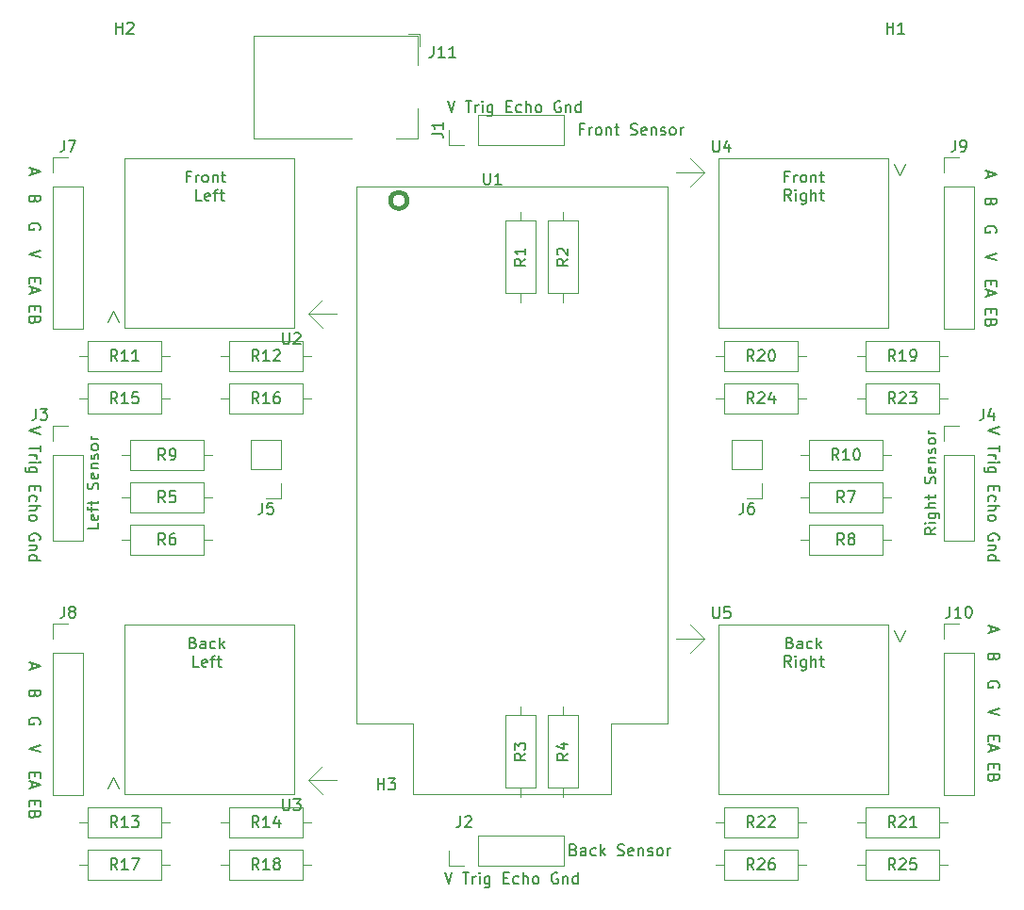
<source format=gto>
G04 #@! TF.GenerationSoftware,KiCad,Pcbnew,(5.1.9)-1*
G04 #@! TF.CreationDate,2021-05-03T12:15:15+12:00*
G04 #@! TF.ProjectId,Mobile robot electronics,4d6f6269-6c65-4207-926f-626f7420656c,rev?*
G04 #@! TF.SameCoordinates,Original*
G04 #@! TF.FileFunction,Legend,Top*
G04 #@! TF.FilePolarity,Positive*
%FSLAX46Y46*%
G04 Gerber Fmt 4.6, Leading zero omitted, Abs format (unit mm)*
G04 Created by KiCad (PCBNEW (5.1.9)-1) date 2021-05-03 12:15:15*
%MOMM*%
%LPD*%
G01*
G04 APERTURE LIST*
%ADD10C,0.150000*%
%ADD11C,0.120000*%
%ADD12C,0.400000*%
%ADD13C,4.300000*%
%ADD14C,1.524000*%
%ADD15R,3.500000X3.500000*%
%ADD16O,1.700000X1.700000*%
%ADD17R,1.700000X1.700000*%
%ADD18C,1.600000*%
%ADD19O,1.600000X1.600000*%
G04 APERTURE END LIST*
D10*
X120991333Y-90353428D02*
X120991333Y-90829619D01*
X120705619Y-90258190D02*
X121705619Y-90591523D01*
X120705619Y-90924857D01*
X121229428Y-93115333D02*
X121181809Y-93258190D01*
X121134190Y-93305809D01*
X121038952Y-93353428D01*
X120896095Y-93353428D01*
X120800857Y-93305809D01*
X120753238Y-93258190D01*
X120705619Y-93162952D01*
X120705619Y-92781999D01*
X121705619Y-92781999D01*
X121705619Y-93115333D01*
X121658000Y-93210571D01*
X121610380Y-93258190D01*
X121515142Y-93305809D01*
X121419904Y-93305809D01*
X121324666Y-93258190D01*
X121277047Y-93210571D01*
X121229428Y-93115333D01*
X121229428Y-92781999D01*
X121658000Y-95829619D02*
X121705619Y-95734380D01*
X121705619Y-95591523D01*
X121658000Y-95448666D01*
X121562761Y-95353428D01*
X121467523Y-95305809D01*
X121277047Y-95258190D01*
X121134190Y-95258190D01*
X120943714Y-95305809D01*
X120848476Y-95353428D01*
X120753238Y-95448666D01*
X120705619Y-95591523D01*
X120705619Y-95686761D01*
X120753238Y-95829619D01*
X120800857Y-95877238D01*
X121134190Y-95877238D01*
X121134190Y-95686761D01*
X121705619Y-97686761D02*
X120705619Y-98020095D01*
X121705619Y-98353428D01*
X121229428Y-100210571D02*
X121229428Y-100543904D01*
X120705619Y-100686761D02*
X120705619Y-100210571D01*
X121705619Y-100210571D01*
X121705619Y-100686761D01*
X120991333Y-101067714D02*
X120991333Y-101543904D01*
X120705619Y-100972476D02*
X121705619Y-101305809D01*
X120705619Y-101639142D01*
X121229428Y-102734380D02*
X121229428Y-103067714D01*
X120705619Y-103210571D02*
X120705619Y-102734380D01*
X121705619Y-102734380D01*
X121705619Y-103210571D01*
X121229428Y-103972476D02*
X121181809Y-104115333D01*
X121134190Y-104162952D01*
X121038952Y-104210571D01*
X120896095Y-104210571D01*
X120800857Y-104162952D01*
X120753238Y-104115333D01*
X120705619Y-104020095D01*
X120705619Y-103639142D01*
X121705619Y-103639142D01*
X121705619Y-103972476D01*
X121658000Y-104067714D01*
X121610380Y-104115333D01*
X121515142Y-104162952D01*
X121419904Y-104162952D01*
X121324666Y-104115333D01*
X121277047Y-104067714D01*
X121229428Y-103972476D01*
X121229428Y-103639142D01*
X120737333Y-49459428D02*
X120737333Y-49935619D01*
X120451619Y-49364190D02*
X121451619Y-49697523D01*
X120451619Y-50030857D01*
X120975428Y-52221333D02*
X120927809Y-52364190D01*
X120880190Y-52411809D01*
X120784952Y-52459428D01*
X120642095Y-52459428D01*
X120546857Y-52411809D01*
X120499238Y-52364190D01*
X120451619Y-52268952D01*
X120451619Y-51887999D01*
X121451619Y-51887999D01*
X121451619Y-52221333D01*
X121404000Y-52316571D01*
X121356380Y-52364190D01*
X121261142Y-52411809D01*
X121165904Y-52411809D01*
X121070666Y-52364190D01*
X121023047Y-52316571D01*
X120975428Y-52221333D01*
X120975428Y-51887999D01*
X121404000Y-54935619D02*
X121451619Y-54840380D01*
X121451619Y-54697523D01*
X121404000Y-54554666D01*
X121308761Y-54459428D01*
X121213523Y-54411809D01*
X121023047Y-54364190D01*
X120880190Y-54364190D01*
X120689714Y-54411809D01*
X120594476Y-54459428D01*
X120499238Y-54554666D01*
X120451619Y-54697523D01*
X120451619Y-54792761D01*
X120499238Y-54935619D01*
X120546857Y-54983238D01*
X120880190Y-54983238D01*
X120880190Y-54792761D01*
X121451619Y-56792761D02*
X120451619Y-57126095D01*
X121451619Y-57459428D01*
X120975428Y-59316571D02*
X120975428Y-59649904D01*
X120451619Y-59792761D02*
X120451619Y-59316571D01*
X121451619Y-59316571D01*
X121451619Y-59792761D01*
X120737333Y-60173714D02*
X120737333Y-60649904D01*
X120451619Y-60078476D02*
X121451619Y-60411809D01*
X120451619Y-60745142D01*
X120975428Y-61840380D02*
X120975428Y-62173714D01*
X120451619Y-62316571D02*
X120451619Y-61840380D01*
X121451619Y-61840380D01*
X121451619Y-62316571D01*
X120975428Y-63078476D02*
X120927809Y-63221333D01*
X120880190Y-63268952D01*
X120784952Y-63316571D01*
X120642095Y-63316571D01*
X120546857Y-63268952D01*
X120499238Y-63221333D01*
X120451619Y-63126095D01*
X120451619Y-62745142D01*
X121451619Y-62745142D01*
X121451619Y-63078476D01*
X121404000Y-63173714D01*
X121356380Y-63221333D01*
X121261142Y-63268952D01*
X121165904Y-63268952D01*
X121070666Y-63221333D01*
X121023047Y-63173714D01*
X120975428Y-63078476D01*
X120975428Y-62745142D01*
X34885333Y-49205428D02*
X34885333Y-49681619D01*
X34599619Y-49110190D02*
X35599619Y-49443523D01*
X34599619Y-49776857D01*
X35123428Y-51967333D02*
X35075809Y-52110190D01*
X35028190Y-52157809D01*
X34932952Y-52205428D01*
X34790095Y-52205428D01*
X34694857Y-52157809D01*
X34647238Y-52110190D01*
X34599619Y-52014952D01*
X34599619Y-51634000D01*
X35599619Y-51634000D01*
X35599619Y-51967333D01*
X35552000Y-52062571D01*
X35504380Y-52110190D01*
X35409142Y-52157809D01*
X35313904Y-52157809D01*
X35218666Y-52110190D01*
X35171047Y-52062571D01*
X35123428Y-51967333D01*
X35123428Y-51634000D01*
X35552000Y-54681619D02*
X35599619Y-54586380D01*
X35599619Y-54443523D01*
X35552000Y-54300666D01*
X35456761Y-54205428D01*
X35361523Y-54157809D01*
X35171047Y-54110190D01*
X35028190Y-54110190D01*
X34837714Y-54157809D01*
X34742476Y-54205428D01*
X34647238Y-54300666D01*
X34599619Y-54443523D01*
X34599619Y-54538761D01*
X34647238Y-54681619D01*
X34694857Y-54729238D01*
X35028190Y-54729238D01*
X35028190Y-54538761D01*
X35599619Y-56538761D02*
X34599619Y-56872095D01*
X35599619Y-57205428D01*
X35123428Y-59062571D02*
X35123428Y-59395904D01*
X34599619Y-59538761D02*
X34599619Y-59062571D01*
X35599619Y-59062571D01*
X35599619Y-59538761D01*
X34885333Y-59919714D02*
X34885333Y-60395904D01*
X34599619Y-59824476D02*
X35599619Y-60157809D01*
X34599619Y-60491142D01*
X35123428Y-61586380D02*
X35123428Y-61919714D01*
X34599619Y-62062571D02*
X34599619Y-61586380D01*
X35599619Y-61586380D01*
X35599619Y-62062571D01*
X35123428Y-62824476D02*
X35075809Y-62967333D01*
X35028190Y-63014952D01*
X34932952Y-63062571D01*
X34790095Y-63062571D01*
X34694857Y-63014952D01*
X34647238Y-62967333D01*
X34599619Y-62872095D01*
X34599619Y-62491142D01*
X35599619Y-62491142D01*
X35599619Y-62824476D01*
X35552000Y-62919714D01*
X35504380Y-62967333D01*
X35409142Y-63014952D01*
X35313904Y-63014952D01*
X35218666Y-62967333D01*
X35171047Y-62919714D01*
X35123428Y-62824476D01*
X35123428Y-62491142D01*
X34885333Y-93655428D02*
X34885333Y-94131619D01*
X34599619Y-93560190D02*
X35599619Y-93893523D01*
X34599619Y-94226857D01*
X35123428Y-96417333D02*
X35075809Y-96560190D01*
X35028190Y-96607809D01*
X34932952Y-96655428D01*
X34790095Y-96655428D01*
X34694857Y-96607809D01*
X34647238Y-96560190D01*
X34599619Y-96464952D01*
X34599619Y-96084000D01*
X35599619Y-96084000D01*
X35599619Y-96417333D01*
X35552000Y-96512571D01*
X35504380Y-96560190D01*
X35409142Y-96607809D01*
X35313904Y-96607809D01*
X35218666Y-96560190D01*
X35171047Y-96512571D01*
X35123428Y-96417333D01*
X35123428Y-96084000D01*
X35552000Y-99131619D02*
X35599619Y-99036380D01*
X35599619Y-98893523D01*
X35552000Y-98750666D01*
X35456761Y-98655428D01*
X35361523Y-98607809D01*
X35171047Y-98560190D01*
X35028190Y-98560190D01*
X34837714Y-98607809D01*
X34742476Y-98655428D01*
X34647238Y-98750666D01*
X34599619Y-98893523D01*
X34599619Y-98988761D01*
X34647238Y-99131619D01*
X34694857Y-99179238D01*
X35028190Y-99179238D01*
X35028190Y-98988761D01*
X35599619Y-100988761D02*
X34599619Y-101322095D01*
X35599619Y-101655428D01*
X35123428Y-103512571D02*
X35123428Y-103845904D01*
X34599619Y-103988761D02*
X34599619Y-103512571D01*
X35599619Y-103512571D01*
X35599619Y-103988761D01*
X34885333Y-104369714D02*
X34885333Y-104845904D01*
X34599619Y-104274476D02*
X35599619Y-104607809D01*
X34599619Y-104941142D01*
X35123428Y-106036380D02*
X35123428Y-106369714D01*
X34599619Y-106512571D02*
X34599619Y-106036380D01*
X35599619Y-106036380D01*
X35599619Y-106512571D01*
X35123428Y-107274476D02*
X35075809Y-107417333D01*
X35028190Y-107464952D01*
X34932952Y-107512571D01*
X34790095Y-107512571D01*
X34694857Y-107464952D01*
X34647238Y-107417333D01*
X34599619Y-107322095D01*
X34599619Y-106941142D01*
X35599619Y-106941142D01*
X35599619Y-107274476D01*
X35552000Y-107369714D01*
X35504380Y-107417333D01*
X35409142Y-107464952D01*
X35313904Y-107464952D01*
X35218666Y-107417333D01*
X35171047Y-107369714D01*
X35123428Y-107274476D01*
X35123428Y-106941142D01*
X121705619Y-72438380D02*
X120705619Y-72771714D01*
X121705619Y-73105047D01*
X121705619Y-74057428D02*
X121705619Y-74628857D01*
X120705619Y-74343142D02*
X121705619Y-74343142D01*
X120705619Y-74962190D02*
X121372285Y-74962190D01*
X121181809Y-74962190D02*
X121277047Y-75009809D01*
X121324666Y-75057428D01*
X121372285Y-75152666D01*
X121372285Y-75247904D01*
X120705619Y-75581238D02*
X121372285Y-75581238D01*
X121705619Y-75581238D02*
X121658000Y-75533619D01*
X121610380Y-75581238D01*
X121658000Y-75628857D01*
X121705619Y-75581238D01*
X121610380Y-75581238D01*
X121372285Y-76486000D02*
X120562761Y-76486000D01*
X120467523Y-76438380D01*
X120419904Y-76390761D01*
X120372285Y-76295523D01*
X120372285Y-76152666D01*
X120419904Y-76057428D01*
X120753238Y-76486000D02*
X120705619Y-76390761D01*
X120705619Y-76200285D01*
X120753238Y-76105047D01*
X120800857Y-76057428D01*
X120896095Y-76009809D01*
X121181809Y-76009809D01*
X121277047Y-76057428D01*
X121324666Y-76105047D01*
X121372285Y-76200285D01*
X121372285Y-76390761D01*
X121324666Y-76486000D01*
X121229428Y-77724095D02*
X121229428Y-78057428D01*
X120705619Y-78200285D02*
X120705619Y-77724095D01*
X121705619Y-77724095D01*
X121705619Y-78200285D01*
X120753238Y-79057428D02*
X120705619Y-78962190D01*
X120705619Y-78771714D01*
X120753238Y-78676476D01*
X120800857Y-78628857D01*
X120896095Y-78581238D01*
X121181809Y-78581238D01*
X121277047Y-78628857D01*
X121324666Y-78676476D01*
X121372285Y-78771714D01*
X121372285Y-78962190D01*
X121324666Y-79057428D01*
X120705619Y-79486000D02*
X121705619Y-79486000D01*
X120705619Y-79914571D02*
X121229428Y-79914571D01*
X121324666Y-79866952D01*
X121372285Y-79771714D01*
X121372285Y-79628857D01*
X121324666Y-79533619D01*
X121277047Y-79486000D01*
X120705619Y-80533619D02*
X120753238Y-80438380D01*
X120800857Y-80390761D01*
X120896095Y-80343142D01*
X121181809Y-80343142D01*
X121277047Y-80390761D01*
X121324666Y-80438380D01*
X121372285Y-80533619D01*
X121372285Y-80676476D01*
X121324666Y-80771714D01*
X121277047Y-80819333D01*
X121181809Y-80866952D01*
X120896095Y-80866952D01*
X120800857Y-80819333D01*
X120753238Y-80771714D01*
X120705619Y-80676476D01*
X120705619Y-80533619D01*
X121658000Y-82581238D02*
X121705619Y-82486000D01*
X121705619Y-82343142D01*
X121658000Y-82200285D01*
X121562761Y-82105047D01*
X121467523Y-82057428D01*
X121277047Y-82009809D01*
X121134190Y-82009809D01*
X120943714Y-82057428D01*
X120848476Y-82105047D01*
X120753238Y-82200285D01*
X120705619Y-82343142D01*
X120705619Y-82438380D01*
X120753238Y-82581238D01*
X120800857Y-82628857D01*
X121134190Y-82628857D01*
X121134190Y-82438380D01*
X121372285Y-83057428D02*
X120705619Y-83057428D01*
X121277047Y-83057428D02*
X121324666Y-83105047D01*
X121372285Y-83200285D01*
X121372285Y-83343142D01*
X121324666Y-83438380D01*
X121229428Y-83486000D01*
X120705619Y-83486000D01*
X120705619Y-84390761D02*
X121705619Y-84390761D01*
X120753238Y-84390761D02*
X120705619Y-84295523D01*
X120705619Y-84105047D01*
X120753238Y-84009809D01*
X120800857Y-83962190D01*
X120896095Y-83914571D01*
X121181809Y-83914571D01*
X121277047Y-83962190D01*
X121324666Y-84009809D01*
X121372285Y-84105047D01*
X121372285Y-84295523D01*
X121324666Y-84390761D01*
X35599619Y-72438380D02*
X34599619Y-72771714D01*
X35599619Y-73105047D01*
X35599619Y-74057428D02*
X35599619Y-74628857D01*
X34599619Y-74343142D02*
X35599619Y-74343142D01*
X34599619Y-74962190D02*
X35266285Y-74962190D01*
X35075809Y-74962190D02*
X35171047Y-75009809D01*
X35218666Y-75057428D01*
X35266285Y-75152666D01*
X35266285Y-75247904D01*
X34599619Y-75581238D02*
X35266285Y-75581238D01*
X35599619Y-75581238D02*
X35552000Y-75533619D01*
X35504380Y-75581238D01*
X35552000Y-75628857D01*
X35599619Y-75581238D01*
X35504380Y-75581238D01*
X35266285Y-76486000D02*
X34456761Y-76486000D01*
X34361523Y-76438380D01*
X34313904Y-76390761D01*
X34266285Y-76295523D01*
X34266285Y-76152666D01*
X34313904Y-76057428D01*
X34647238Y-76486000D02*
X34599619Y-76390761D01*
X34599619Y-76200285D01*
X34647238Y-76105047D01*
X34694857Y-76057428D01*
X34790095Y-76009809D01*
X35075809Y-76009809D01*
X35171047Y-76057428D01*
X35218666Y-76105047D01*
X35266285Y-76200285D01*
X35266285Y-76390761D01*
X35218666Y-76486000D01*
X35123428Y-77724095D02*
X35123428Y-78057428D01*
X34599619Y-78200285D02*
X34599619Y-77724095D01*
X35599619Y-77724095D01*
X35599619Y-78200285D01*
X34647238Y-79057428D02*
X34599619Y-78962190D01*
X34599619Y-78771714D01*
X34647238Y-78676476D01*
X34694857Y-78628857D01*
X34790095Y-78581238D01*
X35075809Y-78581238D01*
X35171047Y-78628857D01*
X35218666Y-78676476D01*
X35266285Y-78771714D01*
X35266285Y-78962190D01*
X35218666Y-79057428D01*
X34599619Y-79486000D02*
X35599619Y-79486000D01*
X34599619Y-79914571D02*
X35123428Y-79914571D01*
X35218666Y-79866952D01*
X35266285Y-79771714D01*
X35266285Y-79628857D01*
X35218666Y-79533619D01*
X35171047Y-79486000D01*
X34599619Y-80533619D02*
X34647238Y-80438380D01*
X34694857Y-80390761D01*
X34790095Y-80343142D01*
X35075809Y-80343142D01*
X35171047Y-80390761D01*
X35218666Y-80438380D01*
X35266285Y-80533619D01*
X35266285Y-80676476D01*
X35218666Y-80771714D01*
X35171047Y-80819333D01*
X35075809Y-80866952D01*
X34790095Y-80866952D01*
X34694857Y-80819333D01*
X34647238Y-80771714D01*
X34599619Y-80676476D01*
X34599619Y-80533619D01*
X35552000Y-82581238D02*
X35599619Y-82486000D01*
X35599619Y-82343142D01*
X35552000Y-82200285D01*
X35456761Y-82105047D01*
X35361523Y-82057428D01*
X35171047Y-82009809D01*
X35028190Y-82009809D01*
X34837714Y-82057428D01*
X34742476Y-82105047D01*
X34647238Y-82200285D01*
X34599619Y-82343142D01*
X34599619Y-82438380D01*
X34647238Y-82581238D01*
X34694857Y-82628857D01*
X35028190Y-82628857D01*
X35028190Y-82438380D01*
X35266285Y-83057428D02*
X34599619Y-83057428D01*
X35171047Y-83057428D02*
X35218666Y-83105047D01*
X35266285Y-83200285D01*
X35266285Y-83343142D01*
X35218666Y-83438380D01*
X35123428Y-83486000D01*
X34599619Y-83486000D01*
X34599619Y-84390761D02*
X35599619Y-84390761D01*
X34647238Y-84390761D02*
X34599619Y-84295523D01*
X34599619Y-84105047D01*
X34647238Y-84009809D01*
X34694857Y-83962190D01*
X34790095Y-83914571D01*
X35075809Y-83914571D01*
X35171047Y-83962190D01*
X35218666Y-84009809D01*
X35266285Y-84105047D01*
X35266285Y-84295523D01*
X35218666Y-84390761D01*
X71930380Y-112482380D02*
X72263714Y-113482380D01*
X72597047Y-112482380D01*
X73549428Y-112482380D02*
X74120857Y-112482380D01*
X73835142Y-113482380D02*
X73835142Y-112482380D01*
X74454190Y-113482380D02*
X74454190Y-112815714D01*
X74454190Y-113006190D02*
X74501809Y-112910952D01*
X74549428Y-112863333D01*
X74644666Y-112815714D01*
X74739904Y-112815714D01*
X75073238Y-113482380D02*
X75073238Y-112815714D01*
X75073238Y-112482380D02*
X75025619Y-112530000D01*
X75073238Y-112577619D01*
X75120857Y-112530000D01*
X75073238Y-112482380D01*
X75073238Y-112577619D01*
X75978000Y-112815714D02*
X75978000Y-113625238D01*
X75930380Y-113720476D01*
X75882761Y-113768095D01*
X75787523Y-113815714D01*
X75644666Y-113815714D01*
X75549428Y-113768095D01*
X75978000Y-113434761D02*
X75882761Y-113482380D01*
X75692285Y-113482380D01*
X75597047Y-113434761D01*
X75549428Y-113387142D01*
X75501809Y-113291904D01*
X75501809Y-113006190D01*
X75549428Y-112910952D01*
X75597047Y-112863333D01*
X75692285Y-112815714D01*
X75882761Y-112815714D01*
X75978000Y-112863333D01*
X77216095Y-112958571D02*
X77549428Y-112958571D01*
X77692285Y-113482380D02*
X77216095Y-113482380D01*
X77216095Y-112482380D01*
X77692285Y-112482380D01*
X78549428Y-113434761D02*
X78454190Y-113482380D01*
X78263714Y-113482380D01*
X78168476Y-113434761D01*
X78120857Y-113387142D01*
X78073238Y-113291904D01*
X78073238Y-113006190D01*
X78120857Y-112910952D01*
X78168476Y-112863333D01*
X78263714Y-112815714D01*
X78454190Y-112815714D01*
X78549428Y-112863333D01*
X78978000Y-113482380D02*
X78978000Y-112482380D01*
X79406571Y-113482380D02*
X79406571Y-112958571D01*
X79358952Y-112863333D01*
X79263714Y-112815714D01*
X79120857Y-112815714D01*
X79025619Y-112863333D01*
X78978000Y-112910952D01*
X80025619Y-113482380D02*
X79930380Y-113434761D01*
X79882761Y-113387142D01*
X79835142Y-113291904D01*
X79835142Y-113006190D01*
X79882761Y-112910952D01*
X79930380Y-112863333D01*
X80025619Y-112815714D01*
X80168476Y-112815714D01*
X80263714Y-112863333D01*
X80311333Y-112910952D01*
X80358952Y-113006190D01*
X80358952Y-113291904D01*
X80311333Y-113387142D01*
X80263714Y-113434761D01*
X80168476Y-113482380D01*
X80025619Y-113482380D01*
X82073238Y-112530000D02*
X81978000Y-112482380D01*
X81835142Y-112482380D01*
X81692285Y-112530000D01*
X81597047Y-112625238D01*
X81549428Y-112720476D01*
X81501809Y-112910952D01*
X81501809Y-113053809D01*
X81549428Y-113244285D01*
X81597047Y-113339523D01*
X81692285Y-113434761D01*
X81835142Y-113482380D01*
X81930380Y-113482380D01*
X82073238Y-113434761D01*
X82120857Y-113387142D01*
X82120857Y-113053809D01*
X81930380Y-113053809D01*
X82549428Y-112815714D02*
X82549428Y-113482380D01*
X82549428Y-112910952D02*
X82597047Y-112863333D01*
X82692285Y-112815714D01*
X82835142Y-112815714D01*
X82930380Y-112863333D01*
X82978000Y-112958571D01*
X82978000Y-113482380D01*
X83882761Y-113482380D02*
X83882761Y-112482380D01*
X83882761Y-113434761D02*
X83787523Y-113482380D01*
X83597047Y-113482380D01*
X83501809Y-113434761D01*
X83454190Y-113387142D01*
X83406571Y-113291904D01*
X83406571Y-113006190D01*
X83454190Y-112910952D01*
X83501809Y-112863333D01*
X83597047Y-112815714D01*
X83787523Y-112815714D01*
X83882761Y-112863333D01*
X72184380Y-43140380D02*
X72517714Y-44140380D01*
X72851047Y-43140380D01*
X73803428Y-43140380D02*
X74374857Y-43140380D01*
X74089142Y-44140380D02*
X74089142Y-43140380D01*
X74708190Y-44140380D02*
X74708190Y-43473714D01*
X74708190Y-43664190D02*
X74755809Y-43568952D01*
X74803428Y-43521333D01*
X74898666Y-43473714D01*
X74993904Y-43473714D01*
X75327238Y-44140380D02*
X75327238Y-43473714D01*
X75327238Y-43140380D02*
X75279619Y-43188000D01*
X75327238Y-43235619D01*
X75374857Y-43188000D01*
X75327238Y-43140380D01*
X75327238Y-43235619D01*
X76232000Y-43473714D02*
X76232000Y-44283238D01*
X76184380Y-44378476D01*
X76136761Y-44426095D01*
X76041523Y-44473714D01*
X75898666Y-44473714D01*
X75803428Y-44426095D01*
X76232000Y-44092761D02*
X76136761Y-44140380D01*
X75946285Y-44140380D01*
X75851047Y-44092761D01*
X75803428Y-44045142D01*
X75755809Y-43949904D01*
X75755809Y-43664190D01*
X75803428Y-43568952D01*
X75851047Y-43521333D01*
X75946285Y-43473714D01*
X76136761Y-43473714D01*
X76232000Y-43521333D01*
X77470095Y-43616571D02*
X77803428Y-43616571D01*
X77946285Y-44140380D02*
X77470095Y-44140380D01*
X77470095Y-43140380D01*
X77946285Y-43140380D01*
X78803428Y-44092761D02*
X78708190Y-44140380D01*
X78517714Y-44140380D01*
X78422476Y-44092761D01*
X78374857Y-44045142D01*
X78327238Y-43949904D01*
X78327238Y-43664190D01*
X78374857Y-43568952D01*
X78422476Y-43521333D01*
X78517714Y-43473714D01*
X78708190Y-43473714D01*
X78803428Y-43521333D01*
X79232000Y-44140380D02*
X79232000Y-43140380D01*
X79660571Y-44140380D02*
X79660571Y-43616571D01*
X79612952Y-43521333D01*
X79517714Y-43473714D01*
X79374857Y-43473714D01*
X79279619Y-43521333D01*
X79232000Y-43568952D01*
X80279619Y-44140380D02*
X80184380Y-44092761D01*
X80136761Y-44045142D01*
X80089142Y-43949904D01*
X80089142Y-43664190D01*
X80136761Y-43568952D01*
X80184380Y-43521333D01*
X80279619Y-43473714D01*
X80422476Y-43473714D01*
X80517714Y-43521333D01*
X80565333Y-43568952D01*
X80612952Y-43664190D01*
X80612952Y-43949904D01*
X80565333Y-44045142D01*
X80517714Y-44092761D01*
X80422476Y-44140380D01*
X80279619Y-44140380D01*
X82327238Y-43188000D02*
X82232000Y-43140380D01*
X82089142Y-43140380D01*
X81946285Y-43188000D01*
X81851047Y-43283238D01*
X81803428Y-43378476D01*
X81755809Y-43568952D01*
X81755809Y-43711809D01*
X81803428Y-43902285D01*
X81851047Y-43997523D01*
X81946285Y-44092761D01*
X82089142Y-44140380D01*
X82184380Y-44140380D01*
X82327238Y-44092761D01*
X82374857Y-44045142D01*
X82374857Y-43711809D01*
X82184380Y-43711809D01*
X82803428Y-43473714D02*
X82803428Y-44140380D01*
X82803428Y-43568952D02*
X82851047Y-43521333D01*
X82946285Y-43473714D01*
X83089142Y-43473714D01*
X83184380Y-43521333D01*
X83232000Y-43616571D01*
X83232000Y-44140380D01*
X84136761Y-44140380D02*
X84136761Y-43140380D01*
X84136761Y-44092761D02*
X84041523Y-44140380D01*
X83851047Y-44140380D01*
X83755809Y-44092761D01*
X83708190Y-44045142D01*
X83660571Y-43949904D01*
X83660571Y-43664190D01*
X83708190Y-43568952D01*
X83755809Y-43521333D01*
X83851047Y-43473714D01*
X84041523Y-43473714D01*
X84136761Y-43521333D01*
X84384095Y-45648571D02*
X84050761Y-45648571D01*
X84050761Y-46172380D02*
X84050761Y-45172380D01*
X84526952Y-45172380D01*
X84907904Y-46172380D02*
X84907904Y-45505714D01*
X84907904Y-45696190D02*
X84955523Y-45600952D01*
X85003142Y-45553333D01*
X85098380Y-45505714D01*
X85193619Y-45505714D01*
X85669809Y-46172380D02*
X85574571Y-46124761D01*
X85526952Y-46077142D01*
X85479333Y-45981904D01*
X85479333Y-45696190D01*
X85526952Y-45600952D01*
X85574571Y-45553333D01*
X85669809Y-45505714D01*
X85812666Y-45505714D01*
X85907904Y-45553333D01*
X85955523Y-45600952D01*
X86003142Y-45696190D01*
X86003142Y-45981904D01*
X85955523Y-46077142D01*
X85907904Y-46124761D01*
X85812666Y-46172380D01*
X85669809Y-46172380D01*
X86431714Y-45505714D02*
X86431714Y-46172380D01*
X86431714Y-45600952D02*
X86479333Y-45553333D01*
X86574571Y-45505714D01*
X86717428Y-45505714D01*
X86812666Y-45553333D01*
X86860285Y-45648571D01*
X86860285Y-46172380D01*
X87193619Y-45505714D02*
X87574571Y-45505714D01*
X87336476Y-45172380D02*
X87336476Y-46029523D01*
X87384095Y-46124761D01*
X87479333Y-46172380D01*
X87574571Y-46172380D01*
X88622190Y-46124761D02*
X88765047Y-46172380D01*
X89003142Y-46172380D01*
X89098380Y-46124761D01*
X89146000Y-46077142D01*
X89193619Y-45981904D01*
X89193619Y-45886666D01*
X89146000Y-45791428D01*
X89098380Y-45743809D01*
X89003142Y-45696190D01*
X88812666Y-45648571D01*
X88717428Y-45600952D01*
X88669809Y-45553333D01*
X88622190Y-45458095D01*
X88622190Y-45362857D01*
X88669809Y-45267619D01*
X88717428Y-45220000D01*
X88812666Y-45172380D01*
X89050761Y-45172380D01*
X89193619Y-45220000D01*
X90003142Y-46124761D02*
X89907904Y-46172380D01*
X89717428Y-46172380D01*
X89622190Y-46124761D01*
X89574571Y-46029523D01*
X89574571Y-45648571D01*
X89622190Y-45553333D01*
X89717428Y-45505714D01*
X89907904Y-45505714D01*
X90003142Y-45553333D01*
X90050761Y-45648571D01*
X90050761Y-45743809D01*
X89574571Y-45839047D01*
X90479333Y-45505714D02*
X90479333Y-46172380D01*
X90479333Y-45600952D02*
X90526952Y-45553333D01*
X90622190Y-45505714D01*
X90765047Y-45505714D01*
X90860285Y-45553333D01*
X90907904Y-45648571D01*
X90907904Y-46172380D01*
X91336476Y-46124761D02*
X91431714Y-46172380D01*
X91622190Y-46172380D01*
X91717428Y-46124761D01*
X91765047Y-46029523D01*
X91765047Y-45981904D01*
X91717428Y-45886666D01*
X91622190Y-45839047D01*
X91479333Y-45839047D01*
X91384095Y-45791428D01*
X91336476Y-45696190D01*
X91336476Y-45648571D01*
X91384095Y-45553333D01*
X91479333Y-45505714D01*
X91622190Y-45505714D01*
X91717428Y-45553333D01*
X92336476Y-46172380D02*
X92241238Y-46124761D01*
X92193619Y-46077142D01*
X92146000Y-45981904D01*
X92146000Y-45696190D01*
X92193619Y-45600952D01*
X92241238Y-45553333D01*
X92336476Y-45505714D01*
X92479333Y-45505714D01*
X92574571Y-45553333D01*
X92622190Y-45600952D01*
X92669809Y-45696190D01*
X92669809Y-45981904D01*
X92622190Y-46077142D01*
X92574571Y-46124761D01*
X92479333Y-46172380D01*
X92336476Y-46172380D01*
X93098380Y-46172380D02*
X93098380Y-45505714D01*
X93098380Y-45696190D02*
X93146000Y-45600952D01*
X93193619Y-45553333D01*
X93288857Y-45505714D01*
X93384095Y-45505714D01*
X40838380Y-81065238D02*
X40838380Y-81541428D01*
X39838380Y-81541428D01*
X40790761Y-80350952D02*
X40838380Y-80446190D01*
X40838380Y-80636666D01*
X40790761Y-80731904D01*
X40695523Y-80779523D01*
X40314571Y-80779523D01*
X40219333Y-80731904D01*
X40171714Y-80636666D01*
X40171714Y-80446190D01*
X40219333Y-80350952D01*
X40314571Y-80303333D01*
X40409809Y-80303333D01*
X40505047Y-80779523D01*
X40171714Y-80017619D02*
X40171714Y-79636666D01*
X40838380Y-79874761D02*
X39981238Y-79874761D01*
X39886000Y-79827142D01*
X39838380Y-79731904D01*
X39838380Y-79636666D01*
X40171714Y-79446190D02*
X40171714Y-79065238D01*
X39838380Y-79303333D02*
X40695523Y-79303333D01*
X40790761Y-79255714D01*
X40838380Y-79160476D01*
X40838380Y-79065238D01*
X40790761Y-78017619D02*
X40838380Y-77874761D01*
X40838380Y-77636666D01*
X40790761Y-77541428D01*
X40743142Y-77493809D01*
X40647904Y-77446190D01*
X40552666Y-77446190D01*
X40457428Y-77493809D01*
X40409809Y-77541428D01*
X40362190Y-77636666D01*
X40314571Y-77827142D01*
X40266952Y-77922380D01*
X40219333Y-77970000D01*
X40124095Y-78017619D01*
X40028857Y-78017619D01*
X39933619Y-77970000D01*
X39886000Y-77922380D01*
X39838380Y-77827142D01*
X39838380Y-77589047D01*
X39886000Y-77446190D01*
X40790761Y-76636666D02*
X40838380Y-76731904D01*
X40838380Y-76922380D01*
X40790761Y-77017619D01*
X40695523Y-77065238D01*
X40314571Y-77065238D01*
X40219333Y-77017619D01*
X40171714Y-76922380D01*
X40171714Y-76731904D01*
X40219333Y-76636666D01*
X40314571Y-76589047D01*
X40409809Y-76589047D01*
X40505047Y-77065238D01*
X40171714Y-76160476D02*
X40838380Y-76160476D01*
X40266952Y-76160476D02*
X40219333Y-76112857D01*
X40171714Y-76017619D01*
X40171714Y-75874761D01*
X40219333Y-75779523D01*
X40314571Y-75731904D01*
X40838380Y-75731904D01*
X40790761Y-75303333D02*
X40838380Y-75208095D01*
X40838380Y-75017619D01*
X40790761Y-74922380D01*
X40695523Y-74874761D01*
X40647904Y-74874761D01*
X40552666Y-74922380D01*
X40505047Y-75017619D01*
X40505047Y-75160476D01*
X40457428Y-75255714D01*
X40362190Y-75303333D01*
X40314571Y-75303333D01*
X40219333Y-75255714D01*
X40171714Y-75160476D01*
X40171714Y-75017619D01*
X40219333Y-74922380D01*
X40838380Y-74303333D02*
X40790761Y-74398571D01*
X40743142Y-74446190D01*
X40647904Y-74493809D01*
X40362190Y-74493809D01*
X40266952Y-74446190D01*
X40219333Y-74398571D01*
X40171714Y-74303333D01*
X40171714Y-74160476D01*
X40219333Y-74065238D01*
X40266952Y-74017619D01*
X40362190Y-73970000D01*
X40647904Y-73970000D01*
X40743142Y-74017619D01*
X40790761Y-74065238D01*
X40838380Y-74160476D01*
X40838380Y-74303333D01*
X40838380Y-73541428D02*
X40171714Y-73541428D01*
X40362190Y-73541428D02*
X40266952Y-73493809D01*
X40219333Y-73446190D01*
X40171714Y-73350952D01*
X40171714Y-73255714D01*
X116022380Y-81493809D02*
X115546190Y-81827142D01*
X116022380Y-82065238D02*
X115022380Y-82065238D01*
X115022380Y-81684285D01*
X115070000Y-81589047D01*
X115117619Y-81541428D01*
X115212857Y-81493809D01*
X115355714Y-81493809D01*
X115450952Y-81541428D01*
X115498571Y-81589047D01*
X115546190Y-81684285D01*
X115546190Y-82065238D01*
X116022380Y-81065238D02*
X115355714Y-81065238D01*
X115022380Y-81065238D02*
X115070000Y-81112857D01*
X115117619Y-81065238D01*
X115070000Y-81017619D01*
X115022380Y-81065238D01*
X115117619Y-81065238D01*
X115355714Y-80160476D02*
X116165238Y-80160476D01*
X116260476Y-80208095D01*
X116308095Y-80255714D01*
X116355714Y-80350952D01*
X116355714Y-80493809D01*
X116308095Y-80589047D01*
X115974761Y-80160476D02*
X116022380Y-80255714D01*
X116022380Y-80446190D01*
X115974761Y-80541428D01*
X115927142Y-80589047D01*
X115831904Y-80636666D01*
X115546190Y-80636666D01*
X115450952Y-80589047D01*
X115403333Y-80541428D01*
X115355714Y-80446190D01*
X115355714Y-80255714D01*
X115403333Y-80160476D01*
X116022380Y-79684285D02*
X115022380Y-79684285D01*
X116022380Y-79255714D02*
X115498571Y-79255714D01*
X115403333Y-79303333D01*
X115355714Y-79398571D01*
X115355714Y-79541428D01*
X115403333Y-79636666D01*
X115450952Y-79684285D01*
X115355714Y-78922380D02*
X115355714Y-78541428D01*
X115022380Y-78779523D02*
X115879523Y-78779523D01*
X115974761Y-78731904D01*
X116022380Y-78636666D01*
X116022380Y-78541428D01*
X115974761Y-77493809D02*
X116022380Y-77350952D01*
X116022380Y-77112857D01*
X115974761Y-77017619D01*
X115927142Y-76970000D01*
X115831904Y-76922380D01*
X115736666Y-76922380D01*
X115641428Y-76970000D01*
X115593809Y-77017619D01*
X115546190Y-77112857D01*
X115498571Y-77303333D01*
X115450952Y-77398571D01*
X115403333Y-77446190D01*
X115308095Y-77493809D01*
X115212857Y-77493809D01*
X115117619Y-77446190D01*
X115070000Y-77398571D01*
X115022380Y-77303333D01*
X115022380Y-77065238D01*
X115070000Y-76922380D01*
X115974761Y-76112857D02*
X116022380Y-76208095D01*
X116022380Y-76398571D01*
X115974761Y-76493809D01*
X115879523Y-76541428D01*
X115498571Y-76541428D01*
X115403333Y-76493809D01*
X115355714Y-76398571D01*
X115355714Y-76208095D01*
X115403333Y-76112857D01*
X115498571Y-76065238D01*
X115593809Y-76065238D01*
X115689047Y-76541428D01*
X115355714Y-75636666D02*
X116022380Y-75636666D01*
X115450952Y-75636666D02*
X115403333Y-75589047D01*
X115355714Y-75493809D01*
X115355714Y-75350952D01*
X115403333Y-75255714D01*
X115498571Y-75208095D01*
X116022380Y-75208095D01*
X115974761Y-74779523D02*
X116022380Y-74684285D01*
X116022380Y-74493809D01*
X115974761Y-74398571D01*
X115879523Y-74350952D01*
X115831904Y-74350952D01*
X115736666Y-74398571D01*
X115689047Y-74493809D01*
X115689047Y-74636666D01*
X115641428Y-74731904D01*
X115546190Y-74779523D01*
X115498571Y-74779523D01*
X115403333Y-74731904D01*
X115355714Y-74636666D01*
X115355714Y-74493809D01*
X115403333Y-74398571D01*
X116022380Y-73779523D02*
X115974761Y-73874761D01*
X115927142Y-73922380D01*
X115831904Y-73970000D01*
X115546190Y-73970000D01*
X115450952Y-73922380D01*
X115403333Y-73874761D01*
X115355714Y-73779523D01*
X115355714Y-73636666D01*
X115403333Y-73541428D01*
X115450952Y-73493809D01*
X115546190Y-73446190D01*
X115831904Y-73446190D01*
X115927142Y-73493809D01*
X115974761Y-73541428D01*
X116022380Y-73636666D01*
X116022380Y-73779523D01*
X116022380Y-73017619D02*
X115355714Y-73017619D01*
X115546190Y-73017619D02*
X115450952Y-72970000D01*
X115403333Y-72922380D01*
X115355714Y-72827142D01*
X115355714Y-72731904D01*
X83510952Y-110418571D02*
X83653809Y-110466190D01*
X83701428Y-110513809D01*
X83749047Y-110609047D01*
X83749047Y-110751904D01*
X83701428Y-110847142D01*
X83653809Y-110894761D01*
X83558571Y-110942380D01*
X83177619Y-110942380D01*
X83177619Y-109942380D01*
X83510952Y-109942380D01*
X83606190Y-109990000D01*
X83653809Y-110037619D01*
X83701428Y-110132857D01*
X83701428Y-110228095D01*
X83653809Y-110323333D01*
X83606190Y-110370952D01*
X83510952Y-110418571D01*
X83177619Y-110418571D01*
X84606190Y-110942380D02*
X84606190Y-110418571D01*
X84558571Y-110323333D01*
X84463333Y-110275714D01*
X84272857Y-110275714D01*
X84177619Y-110323333D01*
X84606190Y-110894761D02*
X84510952Y-110942380D01*
X84272857Y-110942380D01*
X84177619Y-110894761D01*
X84130000Y-110799523D01*
X84130000Y-110704285D01*
X84177619Y-110609047D01*
X84272857Y-110561428D01*
X84510952Y-110561428D01*
X84606190Y-110513809D01*
X85510952Y-110894761D02*
X85415714Y-110942380D01*
X85225238Y-110942380D01*
X85130000Y-110894761D01*
X85082380Y-110847142D01*
X85034761Y-110751904D01*
X85034761Y-110466190D01*
X85082380Y-110370952D01*
X85130000Y-110323333D01*
X85225238Y-110275714D01*
X85415714Y-110275714D01*
X85510952Y-110323333D01*
X85939523Y-110942380D02*
X85939523Y-109942380D01*
X86034761Y-110561428D02*
X86320476Y-110942380D01*
X86320476Y-110275714D02*
X85939523Y-110656666D01*
X87463333Y-110894761D02*
X87606190Y-110942380D01*
X87844285Y-110942380D01*
X87939523Y-110894761D01*
X87987142Y-110847142D01*
X88034761Y-110751904D01*
X88034761Y-110656666D01*
X87987142Y-110561428D01*
X87939523Y-110513809D01*
X87844285Y-110466190D01*
X87653809Y-110418571D01*
X87558571Y-110370952D01*
X87510952Y-110323333D01*
X87463333Y-110228095D01*
X87463333Y-110132857D01*
X87510952Y-110037619D01*
X87558571Y-109990000D01*
X87653809Y-109942380D01*
X87891904Y-109942380D01*
X88034761Y-109990000D01*
X88844285Y-110894761D02*
X88749047Y-110942380D01*
X88558571Y-110942380D01*
X88463333Y-110894761D01*
X88415714Y-110799523D01*
X88415714Y-110418571D01*
X88463333Y-110323333D01*
X88558571Y-110275714D01*
X88749047Y-110275714D01*
X88844285Y-110323333D01*
X88891904Y-110418571D01*
X88891904Y-110513809D01*
X88415714Y-110609047D01*
X89320476Y-110275714D02*
X89320476Y-110942380D01*
X89320476Y-110370952D02*
X89368095Y-110323333D01*
X89463333Y-110275714D01*
X89606190Y-110275714D01*
X89701428Y-110323333D01*
X89749047Y-110418571D01*
X89749047Y-110942380D01*
X90177619Y-110894761D02*
X90272857Y-110942380D01*
X90463333Y-110942380D01*
X90558571Y-110894761D01*
X90606190Y-110799523D01*
X90606190Y-110751904D01*
X90558571Y-110656666D01*
X90463333Y-110609047D01*
X90320476Y-110609047D01*
X90225238Y-110561428D01*
X90177619Y-110466190D01*
X90177619Y-110418571D01*
X90225238Y-110323333D01*
X90320476Y-110275714D01*
X90463333Y-110275714D01*
X90558571Y-110323333D01*
X91177619Y-110942380D02*
X91082380Y-110894761D01*
X91034761Y-110847142D01*
X90987142Y-110751904D01*
X90987142Y-110466190D01*
X91034761Y-110370952D01*
X91082380Y-110323333D01*
X91177619Y-110275714D01*
X91320476Y-110275714D01*
X91415714Y-110323333D01*
X91463333Y-110370952D01*
X91510952Y-110466190D01*
X91510952Y-110751904D01*
X91463333Y-110847142D01*
X91415714Y-110894761D01*
X91320476Y-110942380D01*
X91177619Y-110942380D01*
X91939523Y-110942380D02*
X91939523Y-110275714D01*
X91939523Y-110466190D02*
X91987142Y-110370952D01*
X92034761Y-110323333D01*
X92130000Y-110275714D01*
X92225238Y-110275714D01*
X102925714Y-91813571D02*
X103068571Y-91861190D01*
X103116190Y-91908809D01*
X103163809Y-92004047D01*
X103163809Y-92146904D01*
X103116190Y-92242142D01*
X103068571Y-92289761D01*
X102973333Y-92337380D01*
X102592380Y-92337380D01*
X102592380Y-91337380D01*
X102925714Y-91337380D01*
X103020952Y-91385000D01*
X103068571Y-91432619D01*
X103116190Y-91527857D01*
X103116190Y-91623095D01*
X103068571Y-91718333D01*
X103020952Y-91765952D01*
X102925714Y-91813571D01*
X102592380Y-91813571D01*
X104020952Y-92337380D02*
X104020952Y-91813571D01*
X103973333Y-91718333D01*
X103878095Y-91670714D01*
X103687619Y-91670714D01*
X103592380Y-91718333D01*
X104020952Y-92289761D02*
X103925714Y-92337380D01*
X103687619Y-92337380D01*
X103592380Y-92289761D01*
X103544761Y-92194523D01*
X103544761Y-92099285D01*
X103592380Y-92004047D01*
X103687619Y-91956428D01*
X103925714Y-91956428D01*
X104020952Y-91908809D01*
X104925714Y-92289761D02*
X104830476Y-92337380D01*
X104640000Y-92337380D01*
X104544761Y-92289761D01*
X104497142Y-92242142D01*
X104449523Y-92146904D01*
X104449523Y-91861190D01*
X104497142Y-91765952D01*
X104544761Y-91718333D01*
X104640000Y-91670714D01*
X104830476Y-91670714D01*
X104925714Y-91718333D01*
X105354285Y-92337380D02*
X105354285Y-91337380D01*
X105449523Y-91956428D02*
X105735238Y-92337380D01*
X105735238Y-91670714D02*
X105354285Y-92051666D01*
X103020952Y-93987380D02*
X102687619Y-93511190D01*
X102449523Y-93987380D02*
X102449523Y-92987380D01*
X102830476Y-92987380D01*
X102925714Y-93035000D01*
X102973333Y-93082619D01*
X103020952Y-93177857D01*
X103020952Y-93320714D01*
X102973333Y-93415952D01*
X102925714Y-93463571D01*
X102830476Y-93511190D01*
X102449523Y-93511190D01*
X103449523Y-93987380D02*
X103449523Y-93320714D01*
X103449523Y-92987380D02*
X103401904Y-93035000D01*
X103449523Y-93082619D01*
X103497142Y-93035000D01*
X103449523Y-92987380D01*
X103449523Y-93082619D01*
X104354285Y-93320714D02*
X104354285Y-94130238D01*
X104306666Y-94225476D01*
X104259047Y-94273095D01*
X104163809Y-94320714D01*
X104020952Y-94320714D01*
X103925714Y-94273095D01*
X104354285Y-93939761D02*
X104259047Y-93987380D01*
X104068571Y-93987380D01*
X103973333Y-93939761D01*
X103925714Y-93892142D01*
X103878095Y-93796904D01*
X103878095Y-93511190D01*
X103925714Y-93415952D01*
X103973333Y-93368333D01*
X104068571Y-93320714D01*
X104259047Y-93320714D01*
X104354285Y-93368333D01*
X104830476Y-93987380D02*
X104830476Y-92987380D01*
X105259047Y-93987380D02*
X105259047Y-93463571D01*
X105211428Y-93368333D01*
X105116190Y-93320714D01*
X104973333Y-93320714D01*
X104878095Y-93368333D01*
X104830476Y-93415952D01*
X105592380Y-93320714D02*
X105973333Y-93320714D01*
X105735238Y-92987380D02*
X105735238Y-93844523D01*
X105782857Y-93939761D01*
X105878095Y-93987380D01*
X105973333Y-93987380D01*
X102782857Y-49903571D02*
X102449523Y-49903571D01*
X102449523Y-50427380D02*
X102449523Y-49427380D01*
X102925714Y-49427380D01*
X103306666Y-50427380D02*
X103306666Y-49760714D01*
X103306666Y-49951190D02*
X103354285Y-49855952D01*
X103401904Y-49808333D01*
X103497142Y-49760714D01*
X103592380Y-49760714D01*
X104068571Y-50427380D02*
X103973333Y-50379761D01*
X103925714Y-50332142D01*
X103878095Y-50236904D01*
X103878095Y-49951190D01*
X103925714Y-49855952D01*
X103973333Y-49808333D01*
X104068571Y-49760714D01*
X104211428Y-49760714D01*
X104306666Y-49808333D01*
X104354285Y-49855952D01*
X104401904Y-49951190D01*
X104401904Y-50236904D01*
X104354285Y-50332142D01*
X104306666Y-50379761D01*
X104211428Y-50427380D01*
X104068571Y-50427380D01*
X104830476Y-49760714D02*
X104830476Y-50427380D01*
X104830476Y-49855952D02*
X104878095Y-49808333D01*
X104973333Y-49760714D01*
X105116190Y-49760714D01*
X105211428Y-49808333D01*
X105259047Y-49903571D01*
X105259047Y-50427380D01*
X105592380Y-49760714D02*
X105973333Y-49760714D01*
X105735238Y-49427380D02*
X105735238Y-50284523D01*
X105782857Y-50379761D01*
X105878095Y-50427380D01*
X105973333Y-50427380D01*
X103020952Y-52077380D02*
X102687619Y-51601190D01*
X102449523Y-52077380D02*
X102449523Y-51077380D01*
X102830476Y-51077380D01*
X102925714Y-51125000D01*
X102973333Y-51172619D01*
X103020952Y-51267857D01*
X103020952Y-51410714D01*
X102973333Y-51505952D01*
X102925714Y-51553571D01*
X102830476Y-51601190D01*
X102449523Y-51601190D01*
X103449523Y-52077380D02*
X103449523Y-51410714D01*
X103449523Y-51077380D02*
X103401904Y-51125000D01*
X103449523Y-51172619D01*
X103497142Y-51125000D01*
X103449523Y-51077380D01*
X103449523Y-51172619D01*
X104354285Y-51410714D02*
X104354285Y-52220238D01*
X104306666Y-52315476D01*
X104259047Y-52363095D01*
X104163809Y-52410714D01*
X104020952Y-52410714D01*
X103925714Y-52363095D01*
X104354285Y-52029761D02*
X104259047Y-52077380D01*
X104068571Y-52077380D01*
X103973333Y-52029761D01*
X103925714Y-51982142D01*
X103878095Y-51886904D01*
X103878095Y-51601190D01*
X103925714Y-51505952D01*
X103973333Y-51458333D01*
X104068571Y-51410714D01*
X104259047Y-51410714D01*
X104354285Y-51458333D01*
X104830476Y-52077380D02*
X104830476Y-51077380D01*
X105259047Y-52077380D02*
X105259047Y-51553571D01*
X105211428Y-51458333D01*
X105116190Y-51410714D01*
X104973333Y-51410714D01*
X104878095Y-51458333D01*
X104830476Y-51505952D01*
X105592380Y-51410714D02*
X105973333Y-51410714D01*
X105735238Y-51077380D02*
X105735238Y-51934523D01*
X105782857Y-52029761D01*
X105878095Y-52077380D01*
X105973333Y-52077380D01*
X49331714Y-91813571D02*
X49474571Y-91861190D01*
X49522190Y-91908809D01*
X49569809Y-92004047D01*
X49569809Y-92146904D01*
X49522190Y-92242142D01*
X49474571Y-92289761D01*
X49379333Y-92337380D01*
X48998380Y-92337380D01*
X48998380Y-91337380D01*
X49331714Y-91337380D01*
X49426952Y-91385000D01*
X49474571Y-91432619D01*
X49522190Y-91527857D01*
X49522190Y-91623095D01*
X49474571Y-91718333D01*
X49426952Y-91765952D01*
X49331714Y-91813571D01*
X48998380Y-91813571D01*
X50426952Y-92337380D02*
X50426952Y-91813571D01*
X50379333Y-91718333D01*
X50284095Y-91670714D01*
X50093619Y-91670714D01*
X49998380Y-91718333D01*
X50426952Y-92289761D02*
X50331714Y-92337380D01*
X50093619Y-92337380D01*
X49998380Y-92289761D01*
X49950761Y-92194523D01*
X49950761Y-92099285D01*
X49998380Y-92004047D01*
X50093619Y-91956428D01*
X50331714Y-91956428D01*
X50426952Y-91908809D01*
X51331714Y-92289761D02*
X51236476Y-92337380D01*
X51046000Y-92337380D01*
X50950761Y-92289761D01*
X50903142Y-92242142D01*
X50855523Y-92146904D01*
X50855523Y-91861190D01*
X50903142Y-91765952D01*
X50950761Y-91718333D01*
X51046000Y-91670714D01*
X51236476Y-91670714D01*
X51331714Y-91718333D01*
X51760285Y-92337380D02*
X51760285Y-91337380D01*
X51855523Y-91956428D02*
X52141238Y-92337380D01*
X52141238Y-91670714D02*
X51760285Y-92051666D01*
X49855523Y-93987380D02*
X49379333Y-93987380D01*
X49379333Y-92987380D01*
X50569809Y-93939761D02*
X50474571Y-93987380D01*
X50284095Y-93987380D01*
X50188857Y-93939761D01*
X50141238Y-93844523D01*
X50141238Y-93463571D01*
X50188857Y-93368333D01*
X50284095Y-93320714D01*
X50474571Y-93320714D01*
X50569809Y-93368333D01*
X50617428Y-93463571D01*
X50617428Y-93558809D01*
X50141238Y-93654047D01*
X50903142Y-93320714D02*
X51284095Y-93320714D01*
X51046000Y-93987380D02*
X51046000Y-93130238D01*
X51093619Y-93035000D01*
X51188857Y-92987380D01*
X51284095Y-92987380D01*
X51474571Y-93320714D02*
X51855523Y-93320714D01*
X51617428Y-92987380D02*
X51617428Y-93844523D01*
X51665047Y-93939761D01*
X51760285Y-93987380D01*
X51855523Y-93987380D01*
X49061904Y-49903571D02*
X48728571Y-49903571D01*
X48728571Y-50427380D02*
X48728571Y-49427380D01*
X49204761Y-49427380D01*
X49585714Y-50427380D02*
X49585714Y-49760714D01*
X49585714Y-49951190D02*
X49633333Y-49855952D01*
X49680952Y-49808333D01*
X49776190Y-49760714D01*
X49871428Y-49760714D01*
X50347619Y-50427380D02*
X50252380Y-50379761D01*
X50204761Y-50332142D01*
X50157142Y-50236904D01*
X50157142Y-49951190D01*
X50204761Y-49855952D01*
X50252380Y-49808333D01*
X50347619Y-49760714D01*
X50490476Y-49760714D01*
X50585714Y-49808333D01*
X50633333Y-49855952D01*
X50680952Y-49951190D01*
X50680952Y-50236904D01*
X50633333Y-50332142D01*
X50585714Y-50379761D01*
X50490476Y-50427380D01*
X50347619Y-50427380D01*
X51109523Y-49760714D02*
X51109523Y-50427380D01*
X51109523Y-49855952D02*
X51157142Y-49808333D01*
X51252380Y-49760714D01*
X51395238Y-49760714D01*
X51490476Y-49808333D01*
X51538095Y-49903571D01*
X51538095Y-50427380D01*
X51871428Y-49760714D02*
X52252380Y-49760714D01*
X52014285Y-49427380D02*
X52014285Y-50284523D01*
X52061904Y-50379761D01*
X52157142Y-50427380D01*
X52252380Y-50427380D01*
X50109523Y-52077380D02*
X49633333Y-52077380D01*
X49633333Y-51077380D01*
X50823809Y-52029761D02*
X50728571Y-52077380D01*
X50538095Y-52077380D01*
X50442857Y-52029761D01*
X50395238Y-51934523D01*
X50395238Y-51553571D01*
X50442857Y-51458333D01*
X50538095Y-51410714D01*
X50728571Y-51410714D01*
X50823809Y-51458333D01*
X50871428Y-51553571D01*
X50871428Y-51648809D01*
X50395238Y-51744047D01*
X51157142Y-51410714D02*
X51538095Y-51410714D01*
X51300000Y-52077380D02*
X51300000Y-51220238D01*
X51347619Y-51125000D01*
X51442857Y-51077380D01*
X51538095Y-51077380D01*
X51728571Y-51410714D02*
X52109523Y-51410714D01*
X51871428Y-51077380D02*
X51871428Y-51934523D01*
X51919047Y-52029761D01*
X52014285Y-52077380D01*
X52109523Y-52077380D01*
D11*
X64004000Y-50800000D02*
X91944000Y-50800000D01*
X91944000Y-50800000D02*
X91944000Y-99060000D01*
X91944000Y-99060000D02*
X86864000Y-99060000D01*
X69084000Y-99060000D02*
X64004000Y-99060000D01*
X64004000Y-99060000D02*
X64004000Y-50800000D01*
X69084000Y-99060000D02*
X69084000Y-105410000D01*
X69084000Y-105410000D02*
X86864000Y-105410000D01*
X86864000Y-105410000D02*
X86864000Y-99060000D01*
D12*
X68564000Y-52070000D02*
G75*
G03*
X68564000Y-52070000I-750000J0D01*
G01*
D11*
X69480000Y-37310000D02*
X69480000Y-39910000D01*
X54780000Y-37310000D02*
X69480000Y-37310000D01*
X69480000Y-46510000D02*
X67580000Y-46510000D01*
X69480000Y-43810000D02*
X69480000Y-46510000D01*
X54780000Y-46510000D02*
X54780000Y-37310000D01*
X63580000Y-46510000D02*
X54780000Y-46510000D01*
X68630000Y-37110000D02*
X69680000Y-37110000D01*
X69680000Y-38160000D02*
X69680000Y-37110000D01*
X72330000Y-47050000D02*
X72330000Y-45720000D01*
X73660000Y-47050000D02*
X72330000Y-47050000D01*
X74930000Y-47050000D02*
X74930000Y-44390000D01*
X74930000Y-44390000D02*
X82610000Y-44390000D01*
X74930000Y-47050000D02*
X82610000Y-47050000D01*
X82610000Y-47050000D02*
X82610000Y-44390000D01*
X82610000Y-111820000D02*
X82610000Y-109160000D01*
X74930000Y-111820000D02*
X82610000Y-111820000D01*
X74930000Y-109160000D02*
X82610000Y-109160000D01*
X74930000Y-111820000D02*
X74930000Y-109160000D01*
X73660000Y-111820000D02*
X72330000Y-111820000D01*
X72330000Y-111820000D02*
X72330000Y-110490000D01*
X36770000Y-82610000D02*
X39430000Y-82610000D01*
X36770000Y-74930000D02*
X36770000Y-82610000D01*
X39430000Y-74930000D02*
X39430000Y-82610000D01*
X36770000Y-74930000D02*
X39430000Y-74930000D01*
X36770000Y-73660000D02*
X36770000Y-72330000D01*
X36770000Y-72330000D02*
X38100000Y-72330000D01*
X116780000Y-72330000D02*
X118110000Y-72330000D01*
X116780000Y-73660000D02*
X116780000Y-72330000D01*
X116780000Y-74930000D02*
X119440000Y-74930000D01*
X119440000Y-74930000D02*
X119440000Y-82610000D01*
X116780000Y-74930000D02*
X116780000Y-82610000D01*
X116780000Y-82610000D02*
X119440000Y-82610000D01*
X57210000Y-73600000D02*
X54550000Y-73600000D01*
X57210000Y-76200000D02*
X57210000Y-73600000D01*
X54550000Y-76200000D02*
X54550000Y-73600000D01*
X57210000Y-76200000D02*
X54550000Y-76200000D01*
X57210000Y-77470000D02*
X57210000Y-78800000D01*
X57210000Y-78800000D02*
X55880000Y-78800000D01*
X100390000Y-78800000D02*
X99060000Y-78800000D01*
X100390000Y-77470000D02*
X100390000Y-78800000D01*
X100390000Y-76200000D02*
X97730000Y-76200000D01*
X97730000Y-76200000D02*
X97730000Y-73600000D01*
X100390000Y-76200000D02*
X100390000Y-73600000D01*
X100390000Y-73600000D02*
X97730000Y-73600000D01*
X36770000Y-48200000D02*
X38100000Y-48200000D01*
X36770000Y-49530000D02*
X36770000Y-48200000D01*
X36770000Y-50800000D02*
X39430000Y-50800000D01*
X39430000Y-50800000D02*
X39430000Y-63560000D01*
X36770000Y-50800000D02*
X36770000Y-63560000D01*
X36770000Y-63560000D02*
X39430000Y-63560000D01*
X36770000Y-90110000D02*
X38100000Y-90110000D01*
X36770000Y-91440000D02*
X36770000Y-90110000D01*
X36770000Y-92710000D02*
X39430000Y-92710000D01*
X39430000Y-92710000D02*
X39430000Y-105470000D01*
X36770000Y-92710000D02*
X36770000Y-105470000D01*
X36770000Y-105470000D02*
X39430000Y-105470000D01*
X116780000Y-63560000D02*
X119440000Y-63560000D01*
X116780000Y-50800000D02*
X116780000Y-63560000D01*
X119440000Y-50800000D02*
X119440000Y-63560000D01*
X116780000Y-50800000D02*
X119440000Y-50800000D01*
X116780000Y-49530000D02*
X116780000Y-48200000D01*
X116780000Y-48200000D02*
X118110000Y-48200000D01*
X116780000Y-105470000D02*
X119440000Y-105470000D01*
X116780000Y-92710000D02*
X116780000Y-105470000D01*
X119440000Y-92710000D02*
X119440000Y-105470000D01*
X116780000Y-92710000D02*
X119440000Y-92710000D01*
X116780000Y-91440000D02*
X116780000Y-90110000D01*
X116780000Y-90110000D02*
X118110000Y-90110000D01*
X80110000Y-53880000D02*
X77370000Y-53880000D01*
X77370000Y-53880000D02*
X77370000Y-60420000D01*
X77370000Y-60420000D02*
X80110000Y-60420000D01*
X80110000Y-60420000D02*
X80110000Y-53880000D01*
X78740000Y-53110000D02*
X78740000Y-53880000D01*
X78740000Y-61190000D02*
X78740000Y-60420000D01*
X82550000Y-53110000D02*
X82550000Y-53880000D01*
X82550000Y-61190000D02*
X82550000Y-60420000D01*
X81180000Y-53880000D02*
X81180000Y-60420000D01*
X83920000Y-53880000D02*
X81180000Y-53880000D01*
X83920000Y-60420000D02*
X83920000Y-53880000D01*
X81180000Y-60420000D02*
X83920000Y-60420000D01*
X77370000Y-104870000D02*
X80110000Y-104870000D01*
X80110000Y-104870000D02*
X80110000Y-98330000D01*
X80110000Y-98330000D02*
X77370000Y-98330000D01*
X77370000Y-98330000D02*
X77370000Y-104870000D01*
X78740000Y-105640000D02*
X78740000Y-104870000D01*
X78740000Y-97560000D02*
X78740000Y-98330000D01*
X82550000Y-105640000D02*
X82550000Y-104870000D01*
X82550000Y-97560000D02*
X82550000Y-98330000D01*
X83920000Y-104870000D02*
X83920000Y-98330000D01*
X81180000Y-104870000D02*
X83920000Y-104870000D01*
X81180000Y-98330000D02*
X81180000Y-104870000D01*
X83920000Y-98330000D02*
X81180000Y-98330000D01*
X43720000Y-77370000D02*
X43720000Y-80110000D01*
X43720000Y-80110000D02*
X50260000Y-80110000D01*
X50260000Y-80110000D02*
X50260000Y-77370000D01*
X50260000Y-77370000D02*
X43720000Y-77370000D01*
X42950000Y-78740000D02*
X43720000Y-78740000D01*
X51030000Y-78740000D02*
X50260000Y-78740000D01*
X42950000Y-82550000D02*
X43720000Y-82550000D01*
X51030000Y-82550000D02*
X50260000Y-82550000D01*
X43720000Y-83920000D02*
X50260000Y-83920000D01*
X43720000Y-81180000D02*
X43720000Y-83920000D01*
X50260000Y-81180000D02*
X43720000Y-81180000D01*
X50260000Y-83920000D02*
X50260000Y-81180000D01*
X111220000Y-80110000D02*
X111220000Y-77370000D01*
X111220000Y-77370000D02*
X104680000Y-77370000D01*
X104680000Y-77370000D02*
X104680000Y-80110000D01*
X104680000Y-80110000D02*
X111220000Y-80110000D01*
X111990000Y-78740000D02*
X111220000Y-78740000D01*
X103910000Y-78740000D02*
X104680000Y-78740000D01*
X111990000Y-82550000D02*
X111220000Y-82550000D01*
X103910000Y-82550000D02*
X104680000Y-82550000D01*
X111220000Y-81180000D02*
X104680000Y-81180000D01*
X111220000Y-83920000D02*
X111220000Y-81180000D01*
X104680000Y-83920000D02*
X111220000Y-83920000D01*
X104680000Y-81180000D02*
X104680000Y-83920000D01*
X50260000Y-76300000D02*
X50260000Y-73560000D01*
X50260000Y-73560000D02*
X43720000Y-73560000D01*
X43720000Y-73560000D02*
X43720000Y-76300000D01*
X43720000Y-76300000D02*
X50260000Y-76300000D01*
X51030000Y-74930000D02*
X50260000Y-74930000D01*
X42950000Y-74930000D02*
X43720000Y-74930000D01*
X111990000Y-74930000D02*
X111220000Y-74930000D01*
X103910000Y-74930000D02*
X104680000Y-74930000D01*
X111220000Y-73560000D02*
X104680000Y-73560000D01*
X111220000Y-76300000D02*
X111220000Y-73560000D01*
X104680000Y-76300000D02*
X111220000Y-76300000D01*
X104680000Y-73560000D02*
X104680000Y-76300000D01*
X47220000Y-66040000D02*
X46450000Y-66040000D01*
X39140000Y-66040000D02*
X39910000Y-66040000D01*
X46450000Y-64670000D02*
X39910000Y-64670000D01*
X46450000Y-67410000D02*
X46450000Y-64670000D01*
X39910000Y-67410000D02*
X46450000Y-67410000D01*
X39910000Y-64670000D02*
X39910000Y-67410000D01*
X59920000Y-66040000D02*
X59150000Y-66040000D01*
X51840000Y-66040000D02*
X52610000Y-66040000D01*
X59150000Y-64670000D02*
X52610000Y-64670000D01*
X59150000Y-67410000D02*
X59150000Y-64670000D01*
X52610000Y-67410000D02*
X59150000Y-67410000D01*
X52610000Y-64670000D02*
X52610000Y-67410000D01*
X47220000Y-107950000D02*
X46450000Y-107950000D01*
X39140000Y-107950000D02*
X39910000Y-107950000D01*
X46450000Y-106580000D02*
X39910000Y-106580000D01*
X46450000Y-109320000D02*
X46450000Y-106580000D01*
X39910000Y-109320000D02*
X46450000Y-109320000D01*
X39910000Y-106580000D02*
X39910000Y-109320000D01*
X59920000Y-107950000D02*
X59150000Y-107950000D01*
X51840000Y-107950000D02*
X52610000Y-107950000D01*
X59150000Y-106580000D02*
X52610000Y-106580000D01*
X59150000Y-109320000D02*
X59150000Y-106580000D01*
X52610000Y-109320000D02*
X59150000Y-109320000D01*
X52610000Y-106580000D02*
X52610000Y-109320000D01*
X39910000Y-68480000D02*
X39910000Y-71220000D01*
X39910000Y-71220000D02*
X46450000Y-71220000D01*
X46450000Y-71220000D02*
X46450000Y-68480000D01*
X46450000Y-68480000D02*
X39910000Y-68480000D01*
X39140000Y-69850000D02*
X39910000Y-69850000D01*
X47220000Y-69850000D02*
X46450000Y-69850000D01*
X52610000Y-68480000D02*
X52610000Y-71220000D01*
X52610000Y-71220000D02*
X59150000Y-71220000D01*
X59150000Y-71220000D02*
X59150000Y-68480000D01*
X59150000Y-68480000D02*
X52610000Y-68480000D01*
X51840000Y-69850000D02*
X52610000Y-69850000D01*
X59920000Y-69850000D02*
X59150000Y-69850000D01*
X39910000Y-110390000D02*
X39910000Y-113130000D01*
X39910000Y-113130000D02*
X46450000Y-113130000D01*
X46450000Y-113130000D02*
X46450000Y-110390000D01*
X46450000Y-110390000D02*
X39910000Y-110390000D01*
X39140000Y-111760000D02*
X39910000Y-111760000D01*
X47220000Y-111760000D02*
X46450000Y-111760000D01*
X52610000Y-110390000D02*
X52610000Y-113130000D01*
X52610000Y-113130000D02*
X59150000Y-113130000D01*
X59150000Y-113130000D02*
X59150000Y-110390000D01*
X59150000Y-110390000D02*
X52610000Y-110390000D01*
X51840000Y-111760000D02*
X52610000Y-111760000D01*
X59920000Y-111760000D02*
X59150000Y-111760000D01*
X108990000Y-66040000D02*
X109760000Y-66040000D01*
X117070000Y-66040000D02*
X116300000Y-66040000D01*
X109760000Y-67410000D02*
X116300000Y-67410000D01*
X109760000Y-64670000D02*
X109760000Y-67410000D01*
X116300000Y-64670000D02*
X109760000Y-64670000D01*
X116300000Y-67410000D02*
X116300000Y-64670000D01*
X96290000Y-66040000D02*
X97060000Y-66040000D01*
X104370000Y-66040000D02*
X103600000Y-66040000D01*
X97060000Y-67410000D02*
X103600000Y-67410000D01*
X97060000Y-64670000D02*
X97060000Y-67410000D01*
X103600000Y-64670000D02*
X97060000Y-64670000D01*
X103600000Y-67410000D02*
X103600000Y-64670000D01*
X108990000Y-107950000D02*
X109760000Y-107950000D01*
X117070000Y-107950000D02*
X116300000Y-107950000D01*
X109760000Y-109320000D02*
X116300000Y-109320000D01*
X109760000Y-106580000D02*
X109760000Y-109320000D01*
X116300000Y-106580000D02*
X109760000Y-106580000D01*
X116300000Y-109320000D02*
X116300000Y-106580000D01*
X96290000Y-107950000D02*
X97060000Y-107950000D01*
X104370000Y-107950000D02*
X103600000Y-107950000D01*
X97060000Y-109320000D02*
X103600000Y-109320000D01*
X97060000Y-106580000D02*
X97060000Y-109320000D01*
X103600000Y-106580000D02*
X97060000Y-106580000D01*
X103600000Y-109320000D02*
X103600000Y-106580000D01*
X116300000Y-71220000D02*
X116300000Y-68480000D01*
X116300000Y-68480000D02*
X109760000Y-68480000D01*
X109760000Y-68480000D02*
X109760000Y-71220000D01*
X109760000Y-71220000D02*
X116300000Y-71220000D01*
X117070000Y-69850000D02*
X116300000Y-69850000D01*
X108990000Y-69850000D02*
X109760000Y-69850000D01*
X103600000Y-71220000D02*
X103600000Y-68480000D01*
X103600000Y-68480000D02*
X97060000Y-68480000D01*
X97060000Y-68480000D02*
X97060000Y-71220000D01*
X97060000Y-71220000D02*
X103600000Y-71220000D01*
X104370000Y-69850000D02*
X103600000Y-69850000D01*
X96290000Y-69850000D02*
X97060000Y-69850000D01*
X116300000Y-113130000D02*
X116300000Y-110390000D01*
X116300000Y-110390000D02*
X109760000Y-110390000D01*
X109760000Y-110390000D02*
X109760000Y-113130000D01*
X109760000Y-113130000D02*
X116300000Y-113130000D01*
X117070000Y-111760000D02*
X116300000Y-111760000D01*
X108990000Y-111760000D02*
X109760000Y-111760000D01*
X103600000Y-113130000D02*
X103600000Y-110390000D01*
X103600000Y-110390000D02*
X97060000Y-110390000D01*
X97060000Y-110390000D02*
X97060000Y-113130000D01*
X97060000Y-113130000D02*
X103600000Y-113130000D01*
X104370000Y-111760000D02*
X103600000Y-111760000D01*
X96290000Y-111760000D02*
X97060000Y-111760000D01*
X59690000Y-62230000D02*
X60960000Y-63500000D01*
X58420000Y-48260000D02*
X58420000Y-63500000D01*
X58420000Y-63500000D02*
X43180000Y-63500000D01*
X43180000Y-63500000D02*
X43180000Y-48260000D01*
X43180000Y-48260000D02*
X58420000Y-48260000D01*
X59690000Y-62230000D02*
X60960000Y-62230000D01*
X59690000Y-62230000D02*
X60960000Y-60960000D01*
X60960000Y-62230000D02*
X62230000Y-62230000D01*
X42164000Y-61976000D02*
X41656000Y-62992000D01*
X42672000Y-62992000D02*
X42164000Y-61976000D01*
X42672000Y-104902000D02*
X42164000Y-103886000D01*
X42164000Y-103886000D02*
X41656000Y-104902000D01*
X60960000Y-104140000D02*
X62230000Y-104140000D01*
X59690000Y-104140000D02*
X60960000Y-102870000D01*
X59690000Y-104140000D02*
X60960000Y-104140000D01*
X43180000Y-90170000D02*
X58420000Y-90170000D01*
X43180000Y-105410000D02*
X43180000Y-90170000D01*
X58420000Y-105410000D02*
X43180000Y-105410000D01*
X58420000Y-90170000D02*
X58420000Y-105410000D01*
X59690000Y-104140000D02*
X60960000Y-105410000D01*
X95250000Y-49530000D02*
X93980000Y-48260000D01*
X96520000Y-63500000D02*
X96520000Y-48260000D01*
X96520000Y-48260000D02*
X111760000Y-48260000D01*
X111760000Y-48260000D02*
X111760000Y-63500000D01*
X111760000Y-63500000D02*
X96520000Y-63500000D01*
X95250000Y-49530000D02*
X93980000Y-49530000D01*
X95250000Y-49530000D02*
X93980000Y-50800000D01*
X93980000Y-49530000D02*
X92710000Y-49530000D01*
X112776000Y-49784000D02*
X113284000Y-48768000D01*
X112268000Y-48768000D02*
X112776000Y-49784000D01*
X112268000Y-90678000D02*
X112776000Y-91694000D01*
X112776000Y-91694000D02*
X113284000Y-90678000D01*
X93980000Y-91440000D02*
X92710000Y-91440000D01*
X95250000Y-91440000D02*
X93980000Y-92710000D01*
X95250000Y-91440000D02*
X93980000Y-91440000D01*
X111760000Y-105410000D02*
X96520000Y-105410000D01*
X111760000Y-90170000D02*
X111760000Y-105410000D01*
X96520000Y-90170000D02*
X111760000Y-90170000D01*
X96520000Y-105410000D02*
X96520000Y-90170000D01*
X95250000Y-91440000D02*
X93980000Y-90170000D01*
D10*
X65913095Y-105007380D02*
X65913095Y-104007380D01*
X65913095Y-104483571D02*
X66484523Y-104483571D01*
X66484523Y-105007380D02*
X66484523Y-104007380D01*
X66865476Y-104007380D02*
X67484523Y-104007380D01*
X67151190Y-104388333D01*
X67294047Y-104388333D01*
X67389285Y-104435952D01*
X67436904Y-104483571D01*
X67484523Y-104578809D01*
X67484523Y-104816904D01*
X67436904Y-104912142D01*
X67389285Y-104959761D01*
X67294047Y-105007380D01*
X67008333Y-105007380D01*
X66913095Y-104959761D01*
X66865476Y-104912142D01*
X42418095Y-37062380D02*
X42418095Y-36062380D01*
X42418095Y-36538571D02*
X42989523Y-36538571D01*
X42989523Y-37062380D02*
X42989523Y-36062380D01*
X43418095Y-36157619D02*
X43465714Y-36110000D01*
X43560952Y-36062380D01*
X43799047Y-36062380D01*
X43894285Y-36110000D01*
X43941904Y-36157619D01*
X43989523Y-36252857D01*
X43989523Y-36348095D01*
X43941904Y-36490952D01*
X43370476Y-37062380D01*
X43989523Y-37062380D01*
X111633095Y-37062380D02*
X111633095Y-36062380D01*
X111633095Y-36538571D02*
X112204523Y-36538571D01*
X112204523Y-37062380D02*
X112204523Y-36062380D01*
X113204523Y-37062380D02*
X112633095Y-37062380D01*
X112918809Y-37062380D02*
X112918809Y-36062380D01*
X112823571Y-36205238D01*
X112728333Y-36300476D01*
X112633095Y-36348095D01*
X75438095Y-49617380D02*
X75438095Y-50426904D01*
X75485714Y-50522142D01*
X75533333Y-50569761D01*
X75628571Y-50617380D01*
X75819047Y-50617380D01*
X75914285Y-50569761D01*
X75961904Y-50522142D01*
X76009523Y-50426904D01*
X76009523Y-49617380D01*
X77009523Y-50617380D02*
X76438095Y-50617380D01*
X76723809Y-50617380D02*
X76723809Y-49617380D01*
X76628571Y-49760238D01*
X76533333Y-49855476D01*
X76438095Y-49903095D01*
X70945476Y-38187380D02*
X70945476Y-38901666D01*
X70897857Y-39044523D01*
X70802619Y-39139761D01*
X70659761Y-39187380D01*
X70564523Y-39187380D01*
X71945476Y-39187380D02*
X71374047Y-39187380D01*
X71659761Y-39187380D02*
X71659761Y-38187380D01*
X71564523Y-38330238D01*
X71469285Y-38425476D01*
X71374047Y-38473095D01*
X72897857Y-39187380D02*
X72326428Y-39187380D01*
X72612142Y-39187380D02*
X72612142Y-38187380D01*
X72516904Y-38330238D01*
X72421666Y-38425476D01*
X72326428Y-38473095D01*
X70782380Y-46053333D02*
X71496666Y-46053333D01*
X71639523Y-46100952D01*
X71734761Y-46196190D01*
X71782380Y-46339047D01*
X71782380Y-46434285D01*
X71782380Y-45053333D02*
X71782380Y-45624761D01*
X71782380Y-45339047D02*
X70782380Y-45339047D01*
X70925238Y-45434285D01*
X71020476Y-45529523D01*
X71068095Y-45624761D01*
X73326666Y-107402380D02*
X73326666Y-108116666D01*
X73279047Y-108259523D01*
X73183809Y-108354761D01*
X73040952Y-108402380D01*
X72945714Y-108402380D01*
X73755238Y-107497619D02*
X73802857Y-107450000D01*
X73898095Y-107402380D01*
X74136190Y-107402380D01*
X74231428Y-107450000D01*
X74279047Y-107497619D01*
X74326666Y-107592857D01*
X74326666Y-107688095D01*
X74279047Y-107830952D01*
X73707619Y-108402380D01*
X74326666Y-108402380D01*
X35226666Y-70782380D02*
X35226666Y-71496666D01*
X35179047Y-71639523D01*
X35083809Y-71734761D01*
X34940952Y-71782380D01*
X34845714Y-71782380D01*
X35607619Y-70782380D02*
X36226666Y-70782380D01*
X35893333Y-71163333D01*
X36036190Y-71163333D01*
X36131428Y-71210952D01*
X36179047Y-71258571D01*
X36226666Y-71353809D01*
X36226666Y-71591904D01*
X36179047Y-71687142D01*
X36131428Y-71734761D01*
X36036190Y-71782380D01*
X35750476Y-71782380D01*
X35655238Y-71734761D01*
X35607619Y-71687142D01*
X120316666Y-70782380D02*
X120316666Y-71496666D01*
X120269047Y-71639523D01*
X120173809Y-71734761D01*
X120030952Y-71782380D01*
X119935714Y-71782380D01*
X121221428Y-71115714D02*
X121221428Y-71782380D01*
X120983333Y-70734761D02*
X120745238Y-71449047D01*
X121364285Y-71449047D01*
X55546666Y-79252380D02*
X55546666Y-79966666D01*
X55499047Y-80109523D01*
X55403809Y-80204761D01*
X55260952Y-80252380D01*
X55165714Y-80252380D01*
X56499047Y-79252380D02*
X56022857Y-79252380D01*
X55975238Y-79728571D01*
X56022857Y-79680952D01*
X56118095Y-79633333D01*
X56356190Y-79633333D01*
X56451428Y-79680952D01*
X56499047Y-79728571D01*
X56546666Y-79823809D01*
X56546666Y-80061904D01*
X56499047Y-80157142D01*
X56451428Y-80204761D01*
X56356190Y-80252380D01*
X56118095Y-80252380D01*
X56022857Y-80204761D01*
X55975238Y-80157142D01*
X98726666Y-79252380D02*
X98726666Y-79966666D01*
X98679047Y-80109523D01*
X98583809Y-80204761D01*
X98440952Y-80252380D01*
X98345714Y-80252380D01*
X99631428Y-79252380D02*
X99440952Y-79252380D01*
X99345714Y-79300000D01*
X99298095Y-79347619D01*
X99202857Y-79490476D01*
X99155238Y-79680952D01*
X99155238Y-80061904D01*
X99202857Y-80157142D01*
X99250476Y-80204761D01*
X99345714Y-80252380D01*
X99536190Y-80252380D01*
X99631428Y-80204761D01*
X99679047Y-80157142D01*
X99726666Y-80061904D01*
X99726666Y-79823809D01*
X99679047Y-79728571D01*
X99631428Y-79680952D01*
X99536190Y-79633333D01*
X99345714Y-79633333D01*
X99250476Y-79680952D01*
X99202857Y-79728571D01*
X99155238Y-79823809D01*
X37766666Y-46652380D02*
X37766666Y-47366666D01*
X37719047Y-47509523D01*
X37623809Y-47604761D01*
X37480952Y-47652380D01*
X37385714Y-47652380D01*
X38147619Y-46652380D02*
X38814285Y-46652380D01*
X38385714Y-47652380D01*
X37766666Y-88562380D02*
X37766666Y-89276666D01*
X37719047Y-89419523D01*
X37623809Y-89514761D01*
X37480952Y-89562380D01*
X37385714Y-89562380D01*
X38385714Y-88990952D02*
X38290476Y-88943333D01*
X38242857Y-88895714D01*
X38195238Y-88800476D01*
X38195238Y-88752857D01*
X38242857Y-88657619D01*
X38290476Y-88610000D01*
X38385714Y-88562380D01*
X38576190Y-88562380D01*
X38671428Y-88610000D01*
X38719047Y-88657619D01*
X38766666Y-88752857D01*
X38766666Y-88800476D01*
X38719047Y-88895714D01*
X38671428Y-88943333D01*
X38576190Y-88990952D01*
X38385714Y-88990952D01*
X38290476Y-89038571D01*
X38242857Y-89086190D01*
X38195238Y-89181428D01*
X38195238Y-89371904D01*
X38242857Y-89467142D01*
X38290476Y-89514761D01*
X38385714Y-89562380D01*
X38576190Y-89562380D01*
X38671428Y-89514761D01*
X38719047Y-89467142D01*
X38766666Y-89371904D01*
X38766666Y-89181428D01*
X38719047Y-89086190D01*
X38671428Y-89038571D01*
X38576190Y-88990952D01*
X117776666Y-46652380D02*
X117776666Y-47366666D01*
X117729047Y-47509523D01*
X117633809Y-47604761D01*
X117490952Y-47652380D01*
X117395714Y-47652380D01*
X118300476Y-47652380D02*
X118490952Y-47652380D01*
X118586190Y-47604761D01*
X118633809Y-47557142D01*
X118729047Y-47414285D01*
X118776666Y-47223809D01*
X118776666Y-46842857D01*
X118729047Y-46747619D01*
X118681428Y-46700000D01*
X118586190Y-46652380D01*
X118395714Y-46652380D01*
X118300476Y-46700000D01*
X118252857Y-46747619D01*
X118205238Y-46842857D01*
X118205238Y-47080952D01*
X118252857Y-47176190D01*
X118300476Y-47223809D01*
X118395714Y-47271428D01*
X118586190Y-47271428D01*
X118681428Y-47223809D01*
X118729047Y-47176190D01*
X118776666Y-47080952D01*
X117300476Y-88562380D02*
X117300476Y-89276666D01*
X117252857Y-89419523D01*
X117157619Y-89514761D01*
X117014761Y-89562380D01*
X116919523Y-89562380D01*
X118300476Y-89562380D02*
X117729047Y-89562380D01*
X118014761Y-89562380D02*
X118014761Y-88562380D01*
X117919523Y-88705238D01*
X117824285Y-88800476D01*
X117729047Y-88848095D01*
X118919523Y-88562380D02*
X119014761Y-88562380D01*
X119110000Y-88610000D01*
X119157619Y-88657619D01*
X119205238Y-88752857D01*
X119252857Y-88943333D01*
X119252857Y-89181428D01*
X119205238Y-89371904D01*
X119157619Y-89467142D01*
X119110000Y-89514761D01*
X119014761Y-89562380D01*
X118919523Y-89562380D01*
X118824285Y-89514761D01*
X118776666Y-89467142D01*
X118729047Y-89371904D01*
X118681428Y-89181428D01*
X118681428Y-88943333D01*
X118729047Y-88752857D01*
X118776666Y-88657619D01*
X118824285Y-88610000D01*
X118919523Y-88562380D01*
X79192380Y-57316666D02*
X78716190Y-57650000D01*
X79192380Y-57888095D02*
X78192380Y-57888095D01*
X78192380Y-57507142D01*
X78240000Y-57411904D01*
X78287619Y-57364285D01*
X78382857Y-57316666D01*
X78525714Y-57316666D01*
X78620952Y-57364285D01*
X78668571Y-57411904D01*
X78716190Y-57507142D01*
X78716190Y-57888095D01*
X79192380Y-56364285D02*
X79192380Y-56935714D01*
X79192380Y-56650000D02*
X78192380Y-56650000D01*
X78335238Y-56745238D01*
X78430476Y-56840476D01*
X78478095Y-56935714D01*
X83002380Y-57316666D02*
X82526190Y-57650000D01*
X83002380Y-57888095D02*
X82002380Y-57888095D01*
X82002380Y-57507142D01*
X82050000Y-57411904D01*
X82097619Y-57364285D01*
X82192857Y-57316666D01*
X82335714Y-57316666D01*
X82430952Y-57364285D01*
X82478571Y-57411904D01*
X82526190Y-57507142D01*
X82526190Y-57888095D01*
X82097619Y-56935714D02*
X82050000Y-56888095D01*
X82002380Y-56792857D01*
X82002380Y-56554761D01*
X82050000Y-56459523D01*
X82097619Y-56411904D01*
X82192857Y-56364285D01*
X82288095Y-56364285D01*
X82430952Y-56411904D01*
X83002380Y-56983333D01*
X83002380Y-56364285D01*
X79192380Y-101766666D02*
X78716190Y-102100000D01*
X79192380Y-102338095D02*
X78192380Y-102338095D01*
X78192380Y-101957142D01*
X78240000Y-101861904D01*
X78287619Y-101814285D01*
X78382857Y-101766666D01*
X78525714Y-101766666D01*
X78620952Y-101814285D01*
X78668571Y-101861904D01*
X78716190Y-101957142D01*
X78716190Y-102338095D01*
X78192380Y-101433333D02*
X78192380Y-100814285D01*
X78573333Y-101147619D01*
X78573333Y-101004761D01*
X78620952Y-100909523D01*
X78668571Y-100861904D01*
X78763809Y-100814285D01*
X79001904Y-100814285D01*
X79097142Y-100861904D01*
X79144761Y-100909523D01*
X79192380Y-101004761D01*
X79192380Y-101290476D01*
X79144761Y-101385714D01*
X79097142Y-101433333D01*
X83002380Y-101766666D02*
X82526190Y-102100000D01*
X83002380Y-102338095D02*
X82002380Y-102338095D01*
X82002380Y-101957142D01*
X82050000Y-101861904D01*
X82097619Y-101814285D01*
X82192857Y-101766666D01*
X82335714Y-101766666D01*
X82430952Y-101814285D01*
X82478571Y-101861904D01*
X82526190Y-101957142D01*
X82526190Y-102338095D01*
X82335714Y-100909523D02*
X83002380Y-100909523D01*
X81954761Y-101147619D02*
X82669047Y-101385714D01*
X82669047Y-100766666D01*
X46823333Y-79192380D02*
X46490000Y-78716190D01*
X46251904Y-79192380D02*
X46251904Y-78192380D01*
X46632857Y-78192380D01*
X46728095Y-78240000D01*
X46775714Y-78287619D01*
X46823333Y-78382857D01*
X46823333Y-78525714D01*
X46775714Y-78620952D01*
X46728095Y-78668571D01*
X46632857Y-78716190D01*
X46251904Y-78716190D01*
X47728095Y-78192380D02*
X47251904Y-78192380D01*
X47204285Y-78668571D01*
X47251904Y-78620952D01*
X47347142Y-78573333D01*
X47585238Y-78573333D01*
X47680476Y-78620952D01*
X47728095Y-78668571D01*
X47775714Y-78763809D01*
X47775714Y-79001904D01*
X47728095Y-79097142D01*
X47680476Y-79144761D01*
X47585238Y-79192380D01*
X47347142Y-79192380D01*
X47251904Y-79144761D01*
X47204285Y-79097142D01*
X46823333Y-83002380D02*
X46490000Y-82526190D01*
X46251904Y-83002380D02*
X46251904Y-82002380D01*
X46632857Y-82002380D01*
X46728095Y-82050000D01*
X46775714Y-82097619D01*
X46823333Y-82192857D01*
X46823333Y-82335714D01*
X46775714Y-82430952D01*
X46728095Y-82478571D01*
X46632857Y-82526190D01*
X46251904Y-82526190D01*
X47680476Y-82002380D02*
X47490000Y-82002380D01*
X47394761Y-82050000D01*
X47347142Y-82097619D01*
X47251904Y-82240476D01*
X47204285Y-82430952D01*
X47204285Y-82811904D01*
X47251904Y-82907142D01*
X47299523Y-82954761D01*
X47394761Y-83002380D01*
X47585238Y-83002380D01*
X47680476Y-82954761D01*
X47728095Y-82907142D01*
X47775714Y-82811904D01*
X47775714Y-82573809D01*
X47728095Y-82478571D01*
X47680476Y-82430952D01*
X47585238Y-82383333D01*
X47394761Y-82383333D01*
X47299523Y-82430952D01*
X47251904Y-82478571D01*
X47204285Y-82573809D01*
X107783333Y-79192380D02*
X107450000Y-78716190D01*
X107211904Y-79192380D02*
X107211904Y-78192380D01*
X107592857Y-78192380D01*
X107688095Y-78240000D01*
X107735714Y-78287619D01*
X107783333Y-78382857D01*
X107783333Y-78525714D01*
X107735714Y-78620952D01*
X107688095Y-78668571D01*
X107592857Y-78716190D01*
X107211904Y-78716190D01*
X108116666Y-78192380D02*
X108783333Y-78192380D01*
X108354761Y-79192380D01*
X107783333Y-83002380D02*
X107450000Y-82526190D01*
X107211904Y-83002380D02*
X107211904Y-82002380D01*
X107592857Y-82002380D01*
X107688095Y-82050000D01*
X107735714Y-82097619D01*
X107783333Y-82192857D01*
X107783333Y-82335714D01*
X107735714Y-82430952D01*
X107688095Y-82478571D01*
X107592857Y-82526190D01*
X107211904Y-82526190D01*
X108354761Y-82430952D02*
X108259523Y-82383333D01*
X108211904Y-82335714D01*
X108164285Y-82240476D01*
X108164285Y-82192857D01*
X108211904Y-82097619D01*
X108259523Y-82050000D01*
X108354761Y-82002380D01*
X108545238Y-82002380D01*
X108640476Y-82050000D01*
X108688095Y-82097619D01*
X108735714Y-82192857D01*
X108735714Y-82240476D01*
X108688095Y-82335714D01*
X108640476Y-82383333D01*
X108545238Y-82430952D01*
X108354761Y-82430952D01*
X108259523Y-82478571D01*
X108211904Y-82526190D01*
X108164285Y-82621428D01*
X108164285Y-82811904D01*
X108211904Y-82907142D01*
X108259523Y-82954761D01*
X108354761Y-83002380D01*
X108545238Y-83002380D01*
X108640476Y-82954761D01*
X108688095Y-82907142D01*
X108735714Y-82811904D01*
X108735714Y-82621428D01*
X108688095Y-82526190D01*
X108640476Y-82478571D01*
X108545238Y-82430952D01*
X46823333Y-75382380D02*
X46490000Y-74906190D01*
X46251904Y-75382380D02*
X46251904Y-74382380D01*
X46632857Y-74382380D01*
X46728095Y-74430000D01*
X46775714Y-74477619D01*
X46823333Y-74572857D01*
X46823333Y-74715714D01*
X46775714Y-74810952D01*
X46728095Y-74858571D01*
X46632857Y-74906190D01*
X46251904Y-74906190D01*
X47299523Y-75382380D02*
X47490000Y-75382380D01*
X47585238Y-75334761D01*
X47632857Y-75287142D01*
X47728095Y-75144285D01*
X47775714Y-74953809D01*
X47775714Y-74572857D01*
X47728095Y-74477619D01*
X47680476Y-74430000D01*
X47585238Y-74382380D01*
X47394761Y-74382380D01*
X47299523Y-74430000D01*
X47251904Y-74477619D01*
X47204285Y-74572857D01*
X47204285Y-74810952D01*
X47251904Y-74906190D01*
X47299523Y-74953809D01*
X47394761Y-75001428D01*
X47585238Y-75001428D01*
X47680476Y-74953809D01*
X47728095Y-74906190D01*
X47775714Y-74810952D01*
X107307142Y-75382380D02*
X106973809Y-74906190D01*
X106735714Y-75382380D02*
X106735714Y-74382380D01*
X107116666Y-74382380D01*
X107211904Y-74430000D01*
X107259523Y-74477619D01*
X107307142Y-74572857D01*
X107307142Y-74715714D01*
X107259523Y-74810952D01*
X107211904Y-74858571D01*
X107116666Y-74906190D01*
X106735714Y-74906190D01*
X108259523Y-75382380D02*
X107688095Y-75382380D01*
X107973809Y-75382380D02*
X107973809Y-74382380D01*
X107878571Y-74525238D01*
X107783333Y-74620476D01*
X107688095Y-74668095D01*
X108878571Y-74382380D02*
X108973809Y-74382380D01*
X109069047Y-74430000D01*
X109116666Y-74477619D01*
X109164285Y-74572857D01*
X109211904Y-74763333D01*
X109211904Y-75001428D01*
X109164285Y-75191904D01*
X109116666Y-75287142D01*
X109069047Y-75334761D01*
X108973809Y-75382380D01*
X108878571Y-75382380D01*
X108783333Y-75334761D01*
X108735714Y-75287142D01*
X108688095Y-75191904D01*
X108640476Y-75001428D01*
X108640476Y-74763333D01*
X108688095Y-74572857D01*
X108735714Y-74477619D01*
X108783333Y-74430000D01*
X108878571Y-74382380D01*
X42537142Y-66492380D02*
X42203809Y-66016190D01*
X41965714Y-66492380D02*
X41965714Y-65492380D01*
X42346666Y-65492380D01*
X42441904Y-65540000D01*
X42489523Y-65587619D01*
X42537142Y-65682857D01*
X42537142Y-65825714D01*
X42489523Y-65920952D01*
X42441904Y-65968571D01*
X42346666Y-66016190D01*
X41965714Y-66016190D01*
X43489523Y-66492380D02*
X42918095Y-66492380D01*
X43203809Y-66492380D02*
X43203809Y-65492380D01*
X43108571Y-65635238D01*
X43013333Y-65730476D01*
X42918095Y-65778095D01*
X44441904Y-66492380D02*
X43870476Y-66492380D01*
X44156190Y-66492380D02*
X44156190Y-65492380D01*
X44060952Y-65635238D01*
X43965714Y-65730476D01*
X43870476Y-65778095D01*
X55237142Y-66492380D02*
X54903809Y-66016190D01*
X54665714Y-66492380D02*
X54665714Y-65492380D01*
X55046666Y-65492380D01*
X55141904Y-65540000D01*
X55189523Y-65587619D01*
X55237142Y-65682857D01*
X55237142Y-65825714D01*
X55189523Y-65920952D01*
X55141904Y-65968571D01*
X55046666Y-66016190D01*
X54665714Y-66016190D01*
X56189523Y-66492380D02*
X55618095Y-66492380D01*
X55903809Y-66492380D02*
X55903809Y-65492380D01*
X55808571Y-65635238D01*
X55713333Y-65730476D01*
X55618095Y-65778095D01*
X56570476Y-65587619D02*
X56618095Y-65540000D01*
X56713333Y-65492380D01*
X56951428Y-65492380D01*
X57046666Y-65540000D01*
X57094285Y-65587619D01*
X57141904Y-65682857D01*
X57141904Y-65778095D01*
X57094285Y-65920952D01*
X56522857Y-66492380D01*
X57141904Y-66492380D01*
X42537142Y-108402380D02*
X42203809Y-107926190D01*
X41965714Y-108402380D02*
X41965714Y-107402380D01*
X42346666Y-107402380D01*
X42441904Y-107450000D01*
X42489523Y-107497619D01*
X42537142Y-107592857D01*
X42537142Y-107735714D01*
X42489523Y-107830952D01*
X42441904Y-107878571D01*
X42346666Y-107926190D01*
X41965714Y-107926190D01*
X43489523Y-108402380D02*
X42918095Y-108402380D01*
X43203809Y-108402380D02*
X43203809Y-107402380D01*
X43108571Y-107545238D01*
X43013333Y-107640476D01*
X42918095Y-107688095D01*
X43822857Y-107402380D02*
X44441904Y-107402380D01*
X44108571Y-107783333D01*
X44251428Y-107783333D01*
X44346666Y-107830952D01*
X44394285Y-107878571D01*
X44441904Y-107973809D01*
X44441904Y-108211904D01*
X44394285Y-108307142D01*
X44346666Y-108354761D01*
X44251428Y-108402380D01*
X43965714Y-108402380D01*
X43870476Y-108354761D01*
X43822857Y-108307142D01*
X55237142Y-108402380D02*
X54903809Y-107926190D01*
X54665714Y-108402380D02*
X54665714Y-107402380D01*
X55046666Y-107402380D01*
X55141904Y-107450000D01*
X55189523Y-107497619D01*
X55237142Y-107592857D01*
X55237142Y-107735714D01*
X55189523Y-107830952D01*
X55141904Y-107878571D01*
X55046666Y-107926190D01*
X54665714Y-107926190D01*
X56189523Y-108402380D02*
X55618095Y-108402380D01*
X55903809Y-108402380D02*
X55903809Y-107402380D01*
X55808571Y-107545238D01*
X55713333Y-107640476D01*
X55618095Y-107688095D01*
X57046666Y-107735714D02*
X57046666Y-108402380D01*
X56808571Y-107354761D02*
X56570476Y-108069047D01*
X57189523Y-108069047D01*
X42537142Y-70302380D02*
X42203809Y-69826190D01*
X41965714Y-70302380D02*
X41965714Y-69302380D01*
X42346666Y-69302380D01*
X42441904Y-69350000D01*
X42489523Y-69397619D01*
X42537142Y-69492857D01*
X42537142Y-69635714D01*
X42489523Y-69730952D01*
X42441904Y-69778571D01*
X42346666Y-69826190D01*
X41965714Y-69826190D01*
X43489523Y-70302380D02*
X42918095Y-70302380D01*
X43203809Y-70302380D02*
X43203809Y-69302380D01*
X43108571Y-69445238D01*
X43013333Y-69540476D01*
X42918095Y-69588095D01*
X44394285Y-69302380D02*
X43918095Y-69302380D01*
X43870476Y-69778571D01*
X43918095Y-69730952D01*
X44013333Y-69683333D01*
X44251428Y-69683333D01*
X44346666Y-69730952D01*
X44394285Y-69778571D01*
X44441904Y-69873809D01*
X44441904Y-70111904D01*
X44394285Y-70207142D01*
X44346666Y-70254761D01*
X44251428Y-70302380D01*
X44013333Y-70302380D01*
X43918095Y-70254761D01*
X43870476Y-70207142D01*
X55237142Y-70302380D02*
X54903809Y-69826190D01*
X54665714Y-70302380D02*
X54665714Y-69302380D01*
X55046666Y-69302380D01*
X55141904Y-69350000D01*
X55189523Y-69397619D01*
X55237142Y-69492857D01*
X55237142Y-69635714D01*
X55189523Y-69730952D01*
X55141904Y-69778571D01*
X55046666Y-69826190D01*
X54665714Y-69826190D01*
X56189523Y-70302380D02*
X55618095Y-70302380D01*
X55903809Y-70302380D02*
X55903809Y-69302380D01*
X55808571Y-69445238D01*
X55713333Y-69540476D01*
X55618095Y-69588095D01*
X57046666Y-69302380D02*
X56856190Y-69302380D01*
X56760952Y-69350000D01*
X56713333Y-69397619D01*
X56618095Y-69540476D01*
X56570476Y-69730952D01*
X56570476Y-70111904D01*
X56618095Y-70207142D01*
X56665714Y-70254761D01*
X56760952Y-70302380D01*
X56951428Y-70302380D01*
X57046666Y-70254761D01*
X57094285Y-70207142D01*
X57141904Y-70111904D01*
X57141904Y-69873809D01*
X57094285Y-69778571D01*
X57046666Y-69730952D01*
X56951428Y-69683333D01*
X56760952Y-69683333D01*
X56665714Y-69730952D01*
X56618095Y-69778571D01*
X56570476Y-69873809D01*
X42537142Y-112212380D02*
X42203809Y-111736190D01*
X41965714Y-112212380D02*
X41965714Y-111212380D01*
X42346666Y-111212380D01*
X42441904Y-111260000D01*
X42489523Y-111307619D01*
X42537142Y-111402857D01*
X42537142Y-111545714D01*
X42489523Y-111640952D01*
X42441904Y-111688571D01*
X42346666Y-111736190D01*
X41965714Y-111736190D01*
X43489523Y-112212380D02*
X42918095Y-112212380D01*
X43203809Y-112212380D02*
X43203809Y-111212380D01*
X43108571Y-111355238D01*
X43013333Y-111450476D01*
X42918095Y-111498095D01*
X43822857Y-111212380D02*
X44489523Y-111212380D01*
X44060952Y-112212380D01*
X55237142Y-112212380D02*
X54903809Y-111736190D01*
X54665714Y-112212380D02*
X54665714Y-111212380D01*
X55046666Y-111212380D01*
X55141904Y-111260000D01*
X55189523Y-111307619D01*
X55237142Y-111402857D01*
X55237142Y-111545714D01*
X55189523Y-111640952D01*
X55141904Y-111688571D01*
X55046666Y-111736190D01*
X54665714Y-111736190D01*
X56189523Y-112212380D02*
X55618095Y-112212380D01*
X55903809Y-112212380D02*
X55903809Y-111212380D01*
X55808571Y-111355238D01*
X55713333Y-111450476D01*
X55618095Y-111498095D01*
X56760952Y-111640952D02*
X56665714Y-111593333D01*
X56618095Y-111545714D01*
X56570476Y-111450476D01*
X56570476Y-111402857D01*
X56618095Y-111307619D01*
X56665714Y-111260000D01*
X56760952Y-111212380D01*
X56951428Y-111212380D01*
X57046666Y-111260000D01*
X57094285Y-111307619D01*
X57141904Y-111402857D01*
X57141904Y-111450476D01*
X57094285Y-111545714D01*
X57046666Y-111593333D01*
X56951428Y-111640952D01*
X56760952Y-111640952D01*
X56665714Y-111688571D01*
X56618095Y-111736190D01*
X56570476Y-111831428D01*
X56570476Y-112021904D01*
X56618095Y-112117142D01*
X56665714Y-112164761D01*
X56760952Y-112212380D01*
X56951428Y-112212380D01*
X57046666Y-112164761D01*
X57094285Y-112117142D01*
X57141904Y-112021904D01*
X57141904Y-111831428D01*
X57094285Y-111736190D01*
X57046666Y-111688571D01*
X56951428Y-111640952D01*
X112387142Y-66492380D02*
X112053809Y-66016190D01*
X111815714Y-66492380D02*
X111815714Y-65492380D01*
X112196666Y-65492380D01*
X112291904Y-65540000D01*
X112339523Y-65587619D01*
X112387142Y-65682857D01*
X112387142Y-65825714D01*
X112339523Y-65920952D01*
X112291904Y-65968571D01*
X112196666Y-66016190D01*
X111815714Y-66016190D01*
X113339523Y-66492380D02*
X112768095Y-66492380D01*
X113053809Y-66492380D02*
X113053809Y-65492380D01*
X112958571Y-65635238D01*
X112863333Y-65730476D01*
X112768095Y-65778095D01*
X113815714Y-66492380D02*
X114006190Y-66492380D01*
X114101428Y-66444761D01*
X114149047Y-66397142D01*
X114244285Y-66254285D01*
X114291904Y-66063809D01*
X114291904Y-65682857D01*
X114244285Y-65587619D01*
X114196666Y-65540000D01*
X114101428Y-65492380D01*
X113910952Y-65492380D01*
X113815714Y-65540000D01*
X113768095Y-65587619D01*
X113720476Y-65682857D01*
X113720476Y-65920952D01*
X113768095Y-66016190D01*
X113815714Y-66063809D01*
X113910952Y-66111428D01*
X114101428Y-66111428D01*
X114196666Y-66063809D01*
X114244285Y-66016190D01*
X114291904Y-65920952D01*
X99687142Y-66492380D02*
X99353809Y-66016190D01*
X99115714Y-66492380D02*
X99115714Y-65492380D01*
X99496666Y-65492380D01*
X99591904Y-65540000D01*
X99639523Y-65587619D01*
X99687142Y-65682857D01*
X99687142Y-65825714D01*
X99639523Y-65920952D01*
X99591904Y-65968571D01*
X99496666Y-66016190D01*
X99115714Y-66016190D01*
X100068095Y-65587619D02*
X100115714Y-65540000D01*
X100210952Y-65492380D01*
X100449047Y-65492380D01*
X100544285Y-65540000D01*
X100591904Y-65587619D01*
X100639523Y-65682857D01*
X100639523Y-65778095D01*
X100591904Y-65920952D01*
X100020476Y-66492380D01*
X100639523Y-66492380D01*
X101258571Y-65492380D02*
X101353809Y-65492380D01*
X101449047Y-65540000D01*
X101496666Y-65587619D01*
X101544285Y-65682857D01*
X101591904Y-65873333D01*
X101591904Y-66111428D01*
X101544285Y-66301904D01*
X101496666Y-66397142D01*
X101449047Y-66444761D01*
X101353809Y-66492380D01*
X101258571Y-66492380D01*
X101163333Y-66444761D01*
X101115714Y-66397142D01*
X101068095Y-66301904D01*
X101020476Y-66111428D01*
X101020476Y-65873333D01*
X101068095Y-65682857D01*
X101115714Y-65587619D01*
X101163333Y-65540000D01*
X101258571Y-65492380D01*
X112387142Y-108402380D02*
X112053809Y-107926190D01*
X111815714Y-108402380D02*
X111815714Y-107402380D01*
X112196666Y-107402380D01*
X112291904Y-107450000D01*
X112339523Y-107497619D01*
X112387142Y-107592857D01*
X112387142Y-107735714D01*
X112339523Y-107830952D01*
X112291904Y-107878571D01*
X112196666Y-107926190D01*
X111815714Y-107926190D01*
X112768095Y-107497619D02*
X112815714Y-107450000D01*
X112910952Y-107402380D01*
X113149047Y-107402380D01*
X113244285Y-107450000D01*
X113291904Y-107497619D01*
X113339523Y-107592857D01*
X113339523Y-107688095D01*
X113291904Y-107830952D01*
X112720476Y-108402380D01*
X113339523Y-108402380D01*
X114291904Y-108402380D02*
X113720476Y-108402380D01*
X114006190Y-108402380D02*
X114006190Y-107402380D01*
X113910952Y-107545238D01*
X113815714Y-107640476D01*
X113720476Y-107688095D01*
X99687142Y-108402380D02*
X99353809Y-107926190D01*
X99115714Y-108402380D02*
X99115714Y-107402380D01*
X99496666Y-107402380D01*
X99591904Y-107450000D01*
X99639523Y-107497619D01*
X99687142Y-107592857D01*
X99687142Y-107735714D01*
X99639523Y-107830952D01*
X99591904Y-107878571D01*
X99496666Y-107926190D01*
X99115714Y-107926190D01*
X100068095Y-107497619D02*
X100115714Y-107450000D01*
X100210952Y-107402380D01*
X100449047Y-107402380D01*
X100544285Y-107450000D01*
X100591904Y-107497619D01*
X100639523Y-107592857D01*
X100639523Y-107688095D01*
X100591904Y-107830952D01*
X100020476Y-108402380D01*
X100639523Y-108402380D01*
X101020476Y-107497619D02*
X101068095Y-107450000D01*
X101163333Y-107402380D01*
X101401428Y-107402380D01*
X101496666Y-107450000D01*
X101544285Y-107497619D01*
X101591904Y-107592857D01*
X101591904Y-107688095D01*
X101544285Y-107830952D01*
X100972857Y-108402380D01*
X101591904Y-108402380D01*
X112387142Y-70302380D02*
X112053809Y-69826190D01*
X111815714Y-70302380D02*
X111815714Y-69302380D01*
X112196666Y-69302380D01*
X112291904Y-69350000D01*
X112339523Y-69397619D01*
X112387142Y-69492857D01*
X112387142Y-69635714D01*
X112339523Y-69730952D01*
X112291904Y-69778571D01*
X112196666Y-69826190D01*
X111815714Y-69826190D01*
X112768095Y-69397619D02*
X112815714Y-69350000D01*
X112910952Y-69302380D01*
X113149047Y-69302380D01*
X113244285Y-69350000D01*
X113291904Y-69397619D01*
X113339523Y-69492857D01*
X113339523Y-69588095D01*
X113291904Y-69730952D01*
X112720476Y-70302380D01*
X113339523Y-70302380D01*
X113672857Y-69302380D02*
X114291904Y-69302380D01*
X113958571Y-69683333D01*
X114101428Y-69683333D01*
X114196666Y-69730952D01*
X114244285Y-69778571D01*
X114291904Y-69873809D01*
X114291904Y-70111904D01*
X114244285Y-70207142D01*
X114196666Y-70254761D01*
X114101428Y-70302380D01*
X113815714Y-70302380D01*
X113720476Y-70254761D01*
X113672857Y-70207142D01*
X99687142Y-70302380D02*
X99353809Y-69826190D01*
X99115714Y-70302380D02*
X99115714Y-69302380D01*
X99496666Y-69302380D01*
X99591904Y-69350000D01*
X99639523Y-69397619D01*
X99687142Y-69492857D01*
X99687142Y-69635714D01*
X99639523Y-69730952D01*
X99591904Y-69778571D01*
X99496666Y-69826190D01*
X99115714Y-69826190D01*
X100068095Y-69397619D02*
X100115714Y-69350000D01*
X100210952Y-69302380D01*
X100449047Y-69302380D01*
X100544285Y-69350000D01*
X100591904Y-69397619D01*
X100639523Y-69492857D01*
X100639523Y-69588095D01*
X100591904Y-69730952D01*
X100020476Y-70302380D01*
X100639523Y-70302380D01*
X101496666Y-69635714D02*
X101496666Y-70302380D01*
X101258571Y-69254761D02*
X101020476Y-69969047D01*
X101639523Y-69969047D01*
X112387142Y-112212380D02*
X112053809Y-111736190D01*
X111815714Y-112212380D02*
X111815714Y-111212380D01*
X112196666Y-111212380D01*
X112291904Y-111260000D01*
X112339523Y-111307619D01*
X112387142Y-111402857D01*
X112387142Y-111545714D01*
X112339523Y-111640952D01*
X112291904Y-111688571D01*
X112196666Y-111736190D01*
X111815714Y-111736190D01*
X112768095Y-111307619D02*
X112815714Y-111260000D01*
X112910952Y-111212380D01*
X113149047Y-111212380D01*
X113244285Y-111260000D01*
X113291904Y-111307619D01*
X113339523Y-111402857D01*
X113339523Y-111498095D01*
X113291904Y-111640952D01*
X112720476Y-112212380D01*
X113339523Y-112212380D01*
X114244285Y-111212380D02*
X113768095Y-111212380D01*
X113720476Y-111688571D01*
X113768095Y-111640952D01*
X113863333Y-111593333D01*
X114101428Y-111593333D01*
X114196666Y-111640952D01*
X114244285Y-111688571D01*
X114291904Y-111783809D01*
X114291904Y-112021904D01*
X114244285Y-112117142D01*
X114196666Y-112164761D01*
X114101428Y-112212380D01*
X113863333Y-112212380D01*
X113768095Y-112164761D01*
X113720476Y-112117142D01*
X99687142Y-112212380D02*
X99353809Y-111736190D01*
X99115714Y-112212380D02*
X99115714Y-111212380D01*
X99496666Y-111212380D01*
X99591904Y-111260000D01*
X99639523Y-111307619D01*
X99687142Y-111402857D01*
X99687142Y-111545714D01*
X99639523Y-111640952D01*
X99591904Y-111688571D01*
X99496666Y-111736190D01*
X99115714Y-111736190D01*
X100068095Y-111307619D02*
X100115714Y-111260000D01*
X100210952Y-111212380D01*
X100449047Y-111212380D01*
X100544285Y-111260000D01*
X100591904Y-111307619D01*
X100639523Y-111402857D01*
X100639523Y-111498095D01*
X100591904Y-111640952D01*
X100020476Y-112212380D01*
X100639523Y-112212380D01*
X101496666Y-111212380D02*
X101306190Y-111212380D01*
X101210952Y-111260000D01*
X101163333Y-111307619D01*
X101068095Y-111450476D01*
X101020476Y-111640952D01*
X101020476Y-112021904D01*
X101068095Y-112117142D01*
X101115714Y-112164761D01*
X101210952Y-112212380D01*
X101401428Y-112212380D01*
X101496666Y-112164761D01*
X101544285Y-112117142D01*
X101591904Y-112021904D01*
X101591904Y-111783809D01*
X101544285Y-111688571D01*
X101496666Y-111640952D01*
X101401428Y-111593333D01*
X101210952Y-111593333D01*
X101115714Y-111640952D01*
X101068095Y-111688571D01*
X101020476Y-111783809D01*
X57404095Y-63968380D02*
X57404095Y-64777904D01*
X57451714Y-64873142D01*
X57499333Y-64920761D01*
X57594571Y-64968380D01*
X57785047Y-64968380D01*
X57880285Y-64920761D01*
X57927904Y-64873142D01*
X57975523Y-64777904D01*
X57975523Y-63968380D01*
X58404095Y-64063619D02*
X58451714Y-64016000D01*
X58546952Y-63968380D01*
X58785047Y-63968380D01*
X58880285Y-64016000D01*
X58927904Y-64063619D01*
X58975523Y-64158857D01*
X58975523Y-64254095D01*
X58927904Y-64396952D01*
X58356476Y-64968380D01*
X58975523Y-64968380D01*
X57404095Y-105878380D02*
X57404095Y-106687904D01*
X57451714Y-106783142D01*
X57499333Y-106830761D01*
X57594571Y-106878380D01*
X57785047Y-106878380D01*
X57880285Y-106830761D01*
X57927904Y-106783142D01*
X57975523Y-106687904D01*
X57975523Y-105878380D01*
X58356476Y-105878380D02*
X58975523Y-105878380D01*
X58642190Y-106259333D01*
X58785047Y-106259333D01*
X58880285Y-106306952D01*
X58927904Y-106354571D01*
X58975523Y-106449809D01*
X58975523Y-106687904D01*
X58927904Y-106783142D01*
X58880285Y-106830761D01*
X58785047Y-106878380D01*
X58499333Y-106878380D01*
X58404095Y-106830761D01*
X58356476Y-106783142D01*
X96012095Y-46696380D02*
X96012095Y-47505904D01*
X96059714Y-47601142D01*
X96107333Y-47648761D01*
X96202571Y-47696380D01*
X96393047Y-47696380D01*
X96488285Y-47648761D01*
X96535904Y-47601142D01*
X96583523Y-47505904D01*
X96583523Y-46696380D01*
X97488285Y-47029714D02*
X97488285Y-47696380D01*
X97250190Y-46648761D02*
X97012095Y-47363047D01*
X97631142Y-47363047D01*
X96012095Y-88606380D02*
X96012095Y-89415904D01*
X96059714Y-89511142D01*
X96107333Y-89558761D01*
X96202571Y-89606380D01*
X96393047Y-89606380D01*
X96488285Y-89558761D01*
X96535904Y-89511142D01*
X96583523Y-89415904D01*
X96583523Y-88606380D01*
X97535904Y-88606380D02*
X97059714Y-88606380D01*
X97012095Y-89082571D01*
X97059714Y-89034952D01*
X97154952Y-88987333D01*
X97393047Y-88987333D01*
X97488285Y-89034952D01*
X97535904Y-89082571D01*
X97583523Y-89177809D01*
X97583523Y-89415904D01*
X97535904Y-89511142D01*
X97488285Y-89558761D01*
X97393047Y-89606380D01*
X97154952Y-89606380D01*
X97059714Y-89558761D01*
X97012095Y-89511142D01*
%LPC*%
D13*
X66675000Y-109855000D03*
X43180000Y-41910000D03*
X112395000Y-41910000D03*
D14*
X90674000Y-97790000D03*
X90674000Y-95250000D03*
X90674000Y-92710000D03*
X90674000Y-90170000D03*
X90674000Y-87630000D03*
X90674000Y-85090000D03*
X90674000Y-82550000D03*
X90674000Y-80010000D03*
X90674000Y-77470000D03*
X90674000Y-74930000D03*
X90674000Y-72390000D03*
X90674000Y-69850000D03*
X90674000Y-67310000D03*
X90674000Y-64770000D03*
X90674000Y-62230000D03*
X90674000Y-59690000D03*
X90674000Y-57150000D03*
X90674000Y-54610000D03*
X90674000Y-52070000D03*
X65274000Y-97790000D03*
X65274000Y-95250000D03*
X65274000Y-92710000D03*
X65274000Y-90170000D03*
X65274000Y-87630000D03*
X65274000Y-85090000D03*
X65274000Y-82550000D03*
X65274000Y-80010000D03*
X65274000Y-77470000D03*
X65274000Y-74930000D03*
X65274000Y-72390000D03*
X65274000Y-69850000D03*
X65274000Y-67310000D03*
X65274000Y-64770000D03*
X65274000Y-62230000D03*
X65274000Y-59690000D03*
X65274000Y-57150000D03*
X65274000Y-54610000D03*
X65274000Y-52070000D03*
G36*
G01*
X63830000Y-47485000D02*
X63830000Y-45735000D01*
G75*
G02*
X64705000Y-44860000I875000J0D01*
G01*
X66455000Y-44860000D01*
G75*
G02*
X67330000Y-45735000I0J-875000D01*
G01*
X67330000Y-47485000D01*
G75*
G02*
X66455000Y-48360000I-875000J0D01*
G01*
X64705000Y-48360000D01*
G75*
G02*
X63830000Y-47485000I0J875000D01*
G01*
G37*
G36*
G01*
X61080000Y-42910000D02*
X61080000Y-40910000D01*
G75*
G02*
X61830000Y-40160000I750000J0D01*
G01*
X63330000Y-40160000D01*
G75*
G02*
X64080000Y-40910000I0J-750000D01*
G01*
X64080000Y-42910000D01*
G75*
G02*
X63330000Y-43660000I-750000J0D01*
G01*
X61830000Y-43660000D01*
G75*
G02*
X61080000Y-42910000I0J750000D01*
G01*
G37*
D15*
X68580000Y-41910000D03*
D16*
X81280000Y-45720000D03*
X78740000Y-45720000D03*
X76200000Y-45720000D03*
D17*
X73660000Y-45720000D03*
X73660000Y-110490000D03*
D16*
X76200000Y-110490000D03*
X78740000Y-110490000D03*
X81280000Y-110490000D03*
D17*
X38100000Y-73660000D03*
D16*
X38100000Y-76200000D03*
X38100000Y-78740000D03*
X38100000Y-81280000D03*
X118110000Y-81280000D03*
X118110000Y-78740000D03*
X118110000Y-76200000D03*
D17*
X118110000Y-73660000D03*
X55880000Y-77470000D03*
D16*
X55880000Y-74930000D03*
X99060000Y-74930000D03*
D17*
X99060000Y-77470000D03*
D16*
X38100000Y-62230000D03*
X38100000Y-59690000D03*
X38100000Y-57150000D03*
X38100000Y-54610000D03*
X38100000Y-52070000D03*
D17*
X38100000Y-49530000D03*
D16*
X38100000Y-104140000D03*
X38100000Y-101600000D03*
X38100000Y-99060000D03*
X38100000Y-96520000D03*
X38100000Y-93980000D03*
D17*
X38100000Y-91440000D03*
X118110000Y-49530000D03*
D16*
X118110000Y-52070000D03*
X118110000Y-54610000D03*
X118110000Y-57150000D03*
X118110000Y-59690000D03*
X118110000Y-62230000D03*
D17*
X118110000Y-91440000D03*
D16*
X118110000Y-93980000D03*
X118110000Y-96520000D03*
X118110000Y-99060000D03*
X118110000Y-101600000D03*
X118110000Y-104140000D03*
D18*
X78740000Y-52070000D03*
D19*
X78740000Y-62230000D03*
X82550000Y-52070000D03*
D18*
X82550000Y-62230000D03*
X78740000Y-106680000D03*
D19*
X78740000Y-96520000D03*
X82550000Y-106680000D03*
D18*
X82550000Y-96520000D03*
X41910000Y-78740000D03*
D19*
X52070000Y-78740000D03*
X41910000Y-82550000D03*
D18*
X52070000Y-82550000D03*
X113030000Y-78740000D03*
D19*
X102870000Y-78740000D03*
X113030000Y-82550000D03*
D18*
X102870000Y-82550000D03*
X52070000Y-74930000D03*
D19*
X41910000Y-74930000D03*
X113030000Y-74930000D03*
D18*
X102870000Y-74930000D03*
D19*
X48260000Y-66040000D03*
D18*
X38100000Y-66040000D03*
D19*
X60960000Y-66040000D03*
D18*
X50800000Y-66040000D03*
D19*
X48260000Y-107950000D03*
D18*
X38100000Y-107950000D03*
D19*
X60960000Y-107950000D03*
D18*
X50800000Y-107950000D03*
X38100000Y-69850000D03*
D19*
X48260000Y-69850000D03*
D18*
X50800000Y-69850000D03*
D19*
X60960000Y-69850000D03*
D18*
X38100000Y-111760000D03*
D19*
X48260000Y-111760000D03*
D18*
X50800000Y-111760000D03*
D19*
X60960000Y-111760000D03*
X107950000Y-66040000D03*
D18*
X118110000Y-66040000D03*
D19*
X95250000Y-66040000D03*
D18*
X105410000Y-66040000D03*
D19*
X107950000Y-107950000D03*
D18*
X118110000Y-107950000D03*
D19*
X95250000Y-107950000D03*
D18*
X105410000Y-107950000D03*
X118110000Y-69850000D03*
D19*
X107950000Y-69850000D03*
D18*
X105410000Y-69850000D03*
D19*
X95250000Y-69850000D03*
D18*
X118110000Y-111760000D03*
D19*
X107950000Y-111760000D03*
D18*
X105410000Y-111760000D03*
D19*
X95250000Y-111760000D03*
D14*
X44450000Y-57150000D03*
X44450000Y-49530000D03*
X44450000Y-52070000D03*
X44450000Y-54610000D03*
X44450000Y-59690000D03*
X57150000Y-52070000D03*
X57150000Y-54610000D03*
X44450000Y-62230000D03*
X57150000Y-49530000D03*
X57150000Y-62230000D03*
X57150000Y-57150000D03*
X57150000Y-59690000D03*
X57150000Y-101600000D03*
X57150000Y-99060000D03*
X57150000Y-104140000D03*
X57150000Y-91440000D03*
X44450000Y-104140000D03*
X57150000Y-96520000D03*
X57150000Y-93980000D03*
X44450000Y-101600000D03*
X44450000Y-96520000D03*
X44450000Y-93980000D03*
X44450000Y-91440000D03*
X44450000Y-99060000D03*
X110490000Y-54610000D03*
X110490000Y-62230000D03*
X110490000Y-59690000D03*
X110490000Y-57150000D03*
X110490000Y-52070000D03*
X97790000Y-59690000D03*
X97790000Y-57150000D03*
X110490000Y-49530000D03*
X97790000Y-62230000D03*
X97790000Y-49530000D03*
X97790000Y-54610000D03*
X97790000Y-52070000D03*
X97790000Y-93980000D03*
X97790000Y-96520000D03*
X97790000Y-91440000D03*
X97790000Y-104140000D03*
X110490000Y-91440000D03*
X97790000Y-99060000D03*
X97790000Y-101600000D03*
X110490000Y-93980000D03*
X110490000Y-99060000D03*
X110490000Y-101600000D03*
X110490000Y-104140000D03*
X110490000Y-96520000D03*
M02*

</source>
